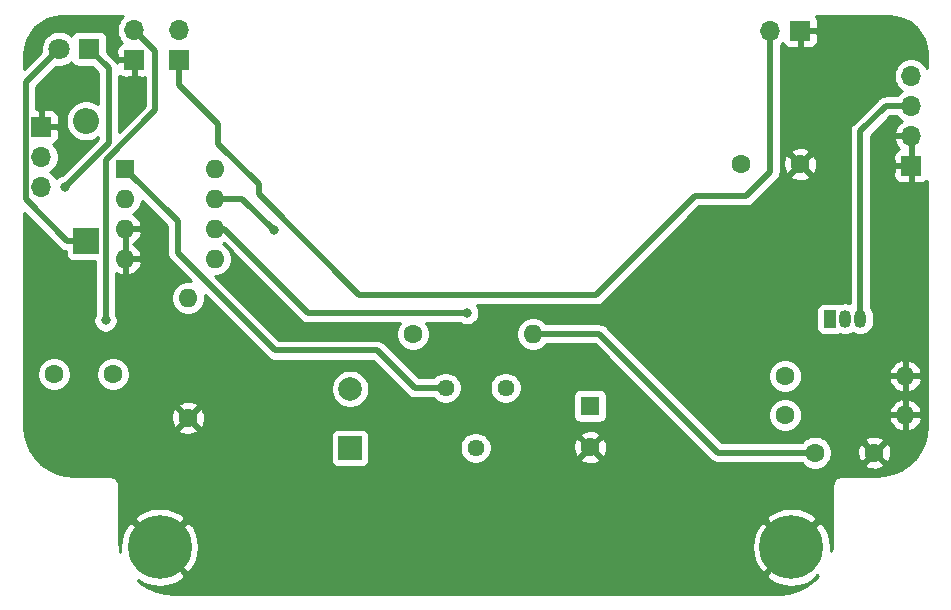
<source format=gbr>
G04 #@! TF.GenerationSoftware,KiCad,Pcbnew,(5.1.7)-1*
G04 #@! TF.CreationDate,2021-11-30T18:20:46-06:00*
G04 #@! TF.ProjectId,InternalAmpLM386,496e7465-726e-4616-9c41-6d704c4d3338,rev?*
G04 #@! TF.SameCoordinates,Original*
G04 #@! TF.FileFunction,Copper,L2,Bot*
G04 #@! TF.FilePolarity,Positive*
%FSLAX46Y46*%
G04 Gerber Fmt 4.6, Leading zero omitted, Abs format (unit mm)*
G04 Created by KiCad (PCBNEW (5.1.7)-1) date 2021-11-30 18:20:46*
%MOMM*%
%LPD*%
G01*
G04 APERTURE LIST*
G04 #@! TA.AperFunction,ComponentPad*
%ADD10R,1.600000X1.600000*%
G04 #@! TD*
G04 #@! TA.AperFunction,ComponentPad*
%ADD11C,1.600000*%
G04 #@! TD*
G04 #@! TA.AperFunction,ComponentPad*
%ADD12R,2.000000X2.000000*%
G04 #@! TD*
G04 #@! TA.AperFunction,ComponentPad*
%ADD13C,2.000000*%
G04 #@! TD*
G04 #@! TA.AperFunction,ComponentPad*
%ADD14R,2.200000X2.200000*%
G04 #@! TD*
G04 #@! TA.AperFunction,ComponentPad*
%ADD15O,2.200000X2.200000*%
G04 #@! TD*
G04 #@! TA.AperFunction,ComponentPad*
%ADD16R,1.800000X1.800000*%
G04 #@! TD*
G04 #@! TA.AperFunction,ComponentPad*
%ADD17C,1.800000*%
G04 #@! TD*
G04 #@! TA.AperFunction,ComponentPad*
%ADD18C,5.400000*%
G04 #@! TD*
G04 #@! TA.AperFunction,ComponentPad*
%ADD19R,1.700000X1.700000*%
G04 #@! TD*
G04 #@! TA.AperFunction,ComponentPad*
%ADD20O,1.700000X1.700000*%
G04 #@! TD*
G04 #@! TA.AperFunction,ComponentPad*
%ADD21O,1.050000X1.500000*%
G04 #@! TD*
G04 #@! TA.AperFunction,ComponentPad*
%ADD22R,1.050000X1.500000*%
G04 #@! TD*
G04 #@! TA.AperFunction,ComponentPad*
%ADD23O,1.600000X1.600000*%
G04 #@! TD*
G04 #@! TA.AperFunction,ComponentPad*
%ADD24C,1.440000*%
G04 #@! TD*
G04 #@! TA.AperFunction,ViaPad*
%ADD25C,0.800000*%
G04 #@! TD*
G04 #@! TA.AperFunction,Conductor*
%ADD26C,0.500000*%
G04 #@! TD*
G04 #@! TA.AperFunction,Conductor*
%ADD27C,0.254000*%
G04 #@! TD*
G04 #@! TA.AperFunction,Conductor*
%ADD28C,0.100000*%
G04 #@! TD*
G04 APERTURE END LIST*
D10*
G04 #@! TO.P,C1,1*
G04 #@! TO.N,Net-(C1-Pad1)*
X139700000Y-113792000D03*
D11*
G04 #@! TO.P,C1,2*
G04 #@! TO.N,GND*
X139700000Y-117292000D03*
G04 #@! TD*
D12*
G04 #@! TO.P,C5,1*
G04 #@! TO.N,Net-(C5-Pad1)*
X119380000Y-117348000D03*
D13*
G04 #@! TO.P,C5,2*
G04 #@! TO.N,Net-(C5-Pad2)*
X119380000Y-112348000D03*
G04 #@! TD*
D14*
G04 #@! TO.P,D1,1*
G04 #@! TO.N,Net-(C1-Pad1)*
X97028000Y-99822000D03*
D15*
G04 #@! TO.P,D1,2*
G04 #@! TO.N,Net-(D1-Pad2)*
X97028000Y-89662000D03*
G04 #@! TD*
D16*
G04 #@! TO.P,D2,1*
G04 #@! TO.N,Net-(D2-Pad1)*
X97282000Y-83566000D03*
D17*
G04 #@! TO.P,D2,2*
G04 #@! TO.N,Net-(C1-Pad1)*
X94742000Y-83566000D03*
G04 #@! TD*
D18*
G04 #@! TO.P,H1,1*
G04 #@! TO.N,GND*
X103250000Y-125750000D03*
G04 #@! TD*
G04 #@! TO.P,H2,1*
G04 #@! TO.N,GND*
X156750000Y-125750000D03*
G04 #@! TD*
D19*
G04 #@! TO.P,J1,1*
G04 #@! TO.N,GND*
X166878000Y-93472000D03*
D20*
G04 #@! TO.P,J1,2*
X166878000Y-90932000D03*
G04 #@! TO.P,J1,3*
G04 #@! TO.N,Input*
X166878000Y-88392000D03*
G04 #@! TO.P,J1,4*
G04 #@! TO.N,9V*
X166878000Y-85852000D03*
G04 #@! TD*
D19*
G04 #@! TO.P,J2,1*
G04 #@! TO.N,GND*
X101092000Y-84500000D03*
D20*
G04 #@! TO.P,J2,2*
G04 #@! TO.N,Net-(C5-Pad2)*
X101092000Y-81960000D03*
G04 #@! TD*
G04 #@! TO.P,J3,2*
G04 #@! TO.N,9V*
X154940000Y-82042000D03*
D19*
G04 #@! TO.P,J3,1*
G04 #@! TO.N,GND*
X157480000Y-82042000D03*
G04 #@! TD*
D21*
G04 #@! TO.P,Q1,2*
G04 #@! TO.N,Net-(C2-Pad1)*
X161290000Y-106426000D03*
G04 #@! TO.P,Q1,3*
G04 #@! TO.N,Input*
X162560000Y-106426000D03*
D22*
G04 #@! TO.P,Q1,1*
G04 #@! TO.N,Net-(C1-Pad1)*
X160020000Y-106426000D03*
G04 #@! TD*
D23*
G04 #@! TO.P,R1,2*
G04 #@! TO.N,GND*
X166370000Y-111252000D03*
D11*
G04 #@! TO.P,R1,1*
G04 #@! TO.N,Input*
X156210000Y-111252000D03*
G04 #@! TD*
G04 #@! TO.P,R2,1*
G04 #@! TO.N,Net-(C2-Pad1)*
X156210000Y-114554000D03*
D23*
G04 #@! TO.P,R2,2*
G04 #@! TO.N,GND*
X166370000Y-114554000D03*
G04 #@! TD*
G04 #@! TO.P,R3,2*
G04 #@! TO.N,Net-(C4-Pad1)*
X134874000Y-107696000D03*
D11*
G04 #@! TO.P,R3,1*
G04 #@! TO.N,Net-(C5-Pad1)*
X124714000Y-107696000D03*
G04 #@! TD*
G04 #@! TO.P,R4,1*
G04 #@! TO.N,GND*
X105664000Y-114808000D03*
D23*
G04 #@! TO.P,R4,2*
G04 #@! TO.N,Net-(D2-Pad1)*
X105664000Y-104648000D03*
G04 #@! TD*
D19*
G04 #@! TO.P,RV1,1*
G04 #@! TO.N,GND*
X93218000Y-90170000D03*
D20*
G04 #@! TO.P,RV1,2*
G04 #@! TO.N,Net-(RV1-Pad2)*
X93218000Y-92710000D03*
G04 #@! TO.P,RV1,3*
G04 #@! TO.N,Net-(C2-Pad2)*
X93218000Y-95250000D03*
G04 #@! TD*
D24*
G04 #@! TO.P,RV2,3*
G04 #@! TO.N,Net-(RV2-Pad2)*
X127460000Y-112268000D03*
G04 #@! TO.P,RV2,2*
X130000000Y-117348000D03*
G04 #@! TO.P,RV2,1*
G04 #@! TO.N,Net-(RV2-Pad1)*
X132540000Y-112268000D03*
G04 #@! TD*
D19*
G04 #@! TO.P,SW1,1*
G04 #@! TO.N,9V*
X104902000Y-84500000D03*
D20*
G04 #@! TO.P,SW1,2*
G04 #@! TO.N,Net-(D1-Pad2)*
X104902000Y-81960000D03*
G04 #@! TD*
D10*
G04 #@! TO.P,U1,1*
G04 #@! TO.N,Net-(RV2-Pad2)*
X100330000Y-93726000D03*
D23*
G04 #@! TO.P,U1,5*
G04 #@! TO.N,Net-(C5-Pad1)*
X107950000Y-101346000D03*
G04 #@! TO.P,U1,2*
G04 #@! TO.N,Net-(RV1-Pad2)*
X100330000Y-96266000D03*
G04 #@! TO.P,U1,6*
G04 #@! TO.N,Net-(C1-Pad1)*
X107950000Y-98806000D03*
G04 #@! TO.P,U1,3*
G04 #@! TO.N,GND*
X100330000Y-98806000D03*
G04 #@! TO.P,U1,7*
G04 #@! TO.N,Net-(C3-Pad2)*
X107950000Y-96266000D03*
G04 #@! TO.P,U1,4*
G04 #@! TO.N,GND*
X100330000Y-101346000D03*
G04 #@! TO.P,U1,8*
G04 #@! TO.N,Net-(RV2-Pad1)*
X107950000Y-93726000D03*
G04 #@! TD*
D11*
G04 #@! TO.P,C2,1*
G04 #@! TO.N,Net-(C2-Pad1)*
X99314000Y-111106000D03*
G04 #@! TO.P,C2,2*
G04 #@! TO.N,Net-(C2-Pad2)*
X94314000Y-111106000D03*
G04 #@! TD*
G04 #@! TO.P,C3,2*
G04 #@! TO.N,Net-(C3-Pad2)*
X152480000Y-93326000D03*
G04 #@! TO.P,C3,1*
G04 #@! TO.N,GND*
X157480000Y-93326000D03*
G04 #@! TD*
G04 #@! TO.P,C4,1*
G04 #@! TO.N,Net-(C4-Pad1)*
X158750000Y-117748000D03*
G04 #@! TO.P,C4,2*
G04 #@! TO.N,GND*
X163750000Y-117748000D03*
G04 #@! TD*
D25*
G04 #@! TO.N,Net-(C1-Pad1)*
X129286000Y-105918000D03*
G04 #@! TO.N,Net-(C5-Pad2)*
X98679000Y-106553000D03*
G04 #@! TO.N,Net-(D2-Pad1)*
X95250000Y-95250000D03*
G04 #@! TO.N,Net-(C3-Pad2)*
X112903000Y-98933000D03*
G04 #@! TD*
D26*
G04 #@! TO.N,Net-(C1-Pad1)*
X91917999Y-86390001D02*
X94742000Y-83566000D01*
X91917999Y-96311999D02*
X91917999Y-86390001D01*
X95428000Y-99822000D02*
X91917999Y-96311999D01*
X97028000Y-99822000D02*
X95428000Y-99822000D01*
X129286000Y-105918000D02*
X115824000Y-105918000D01*
X108712000Y-98806000D02*
X107950000Y-98806000D01*
X115824000Y-105918000D02*
X108712000Y-98806000D01*
G04 #@! TO.N,Net-(C5-Pad2)*
X98679000Y-92966998D02*
X102870000Y-88775998D01*
X98679000Y-106553000D02*
X98679000Y-92966998D01*
X102870000Y-83738000D02*
X101092000Y-81960000D01*
X102870000Y-88775998D02*
X102870000Y-83738000D01*
G04 #@! TO.N,Net-(D2-Pad1)*
X95250000Y-95250000D02*
X98933000Y-91567000D01*
X98933000Y-85217000D02*
X97282000Y-83566000D01*
X98933000Y-91567000D02*
X98933000Y-85217000D01*
G04 #@! TO.N,Input*
X162560000Y-106426000D02*
X162560000Y-90551000D01*
X164719000Y-88392000D02*
X166878000Y-88392000D01*
X162560000Y-90551000D02*
X164719000Y-88392000D01*
G04 #@! TO.N,9V*
X154940000Y-93980000D02*
X154940000Y-82042000D01*
X152908000Y-96012000D02*
X154940000Y-93980000D01*
X148590000Y-96012000D02*
X152908000Y-96012000D01*
X140208000Y-104394000D02*
X148590000Y-96012000D01*
X120142000Y-104394000D02*
X140208000Y-104394000D01*
X111633000Y-95885000D02*
X120142000Y-104394000D01*
X111633000Y-95012310D02*
X111633000Y-95885000D01*
X108204000Y-91583310D02*
X111633000Y-95012310D01*
X108204000Y-89916000D02*
X108204000Y-91583310D01*
X104902000Y-86614000D02*
X108204000Y-89916000D01*
X104902000Y-84500000D02*
X104902000Y-86614000D01*
G04 #@! TO.N,Net-(C4-Pad1)*
X158750000Y-117748000D02*
X150514000Y-117748000D01*
X140462000Y-107696000D02*
X134874000Y-107696000D01*
X150514000Y-117748000D02*
X140462000Y-107696000D01*
G04 #@! TO.N,Net-(RV2-Pad2)*
X124841000Y-112268000D02*
X127460000Y-112268000D01*
X113030000Y-109093000D02*
X121666000Y-109093000D01*
X104775000Y-100838000D02*
X113030000Y-109093000D01*
X121666000Y-109093000D02*
X124841000Y-112268000D01*
X104775000Y-98171000D02*
X104775000Y-100838000D01*
X100330000Y-93726000D02*
X104775000Y-98171000D01*
G04 #@! TO.N,Net-(C3-Pad2)*
X110236000Y-96266000D02*
X107950000Y-96266000D01*
X112903000Y-98933000D02*
X110236000Y-96266000D01*
G04 #@! TD*
D27*
G04 #@! TO.N,GND*
X165623733Y-80849922D02*
X166223708Y-81031065D01*
X166777069Y-81325293D01*
X167262745Y-81721400D01*
X167662236Y-82204301D01*
X167960319Y-82755594D01*
X168145647Y-83354291D01*
X168215000Y-84014142D01*
X168215000Y-85199312D01*
X168193990Y-85148589D01*
X168031475Y-84905368D01*
X167824632Y-84698525D01*
X167581411Y-84536010D01*
X167311158Y-84424068D01*
X167024260Y-84367000D01*
X166731740Y-84367000D01*
X166444842Y-84424068D01*
X166174589Y-84536010D01*
X165931368Y-84698525D01*
X165724525Y-84905368D01*
X165562010Y-85148589D01*
X165450068Y-85418842D01*
X165393000Y-85705740D01*
X165393000Y-85998260D01*
X165450068Y-86285158D01*
X165562010Y-86555411D01*
X165724525Y-86798632D01*
X165931368Y-87005475D01*
X166105760Y-87122000D01*
X165931368Y-87238525D01*
X165724525Y-87445368D01*
X165683344Y-87507000D01*
X164762466Y-87507000D01*
X164718999Y-87502719D01*
X164675533Y-87507000D01*
X164675523Y-87507000D01*
X164545510Y-87519805D01*
X164378687Y-87570411D01*
X164224941Y-87652589D01*
X164224939Y-87652590D01*
X164224940Y-87652590D01*
X164123953Y-87735468D01*
X164123951Y-87735470D01*
X164090183Y-87763183D01*
X164062470Y-87796951D01*
X161964951Y-89894471D01*
X161931184Y-89922183D01*
X161903471Y-89955951D01*
X161903468Y-89955954D01*
X161820590Y-90056941D01*
X161738412Y-90210687D01*
X161687805Y-90377510D01*
X161670719Y-90551000D01*
X161675001Y-90594479D01*
X161675000Y-105105593D01*
X161517399Y-105057785D01*
X161290000Y-105035388D01*
X161062600Y-105057785D01*
X160853902Y-105121093D01*
X160789180Y-105086498D01*
X160669482Y-105050188D01*
X160545000Y-105037928D01*
X159495000Y-105037928D01*
X159370518Y-105050188D01*
X159250820Y-105086498D01*
X159140506Y-105145463D01*
X159043815Y-105224815D01*
X158964463Y-105321506D01*
X158905498Y-105431820D01*
X158869188Y-105551518D01*
X158856928Y-105676000D01*
X158856928Y-107176000D01*
X158869188Y-107300482D01*
X158905498Y-107420180D01*
X158964463Y-107530494D01*
X159043815Y-107627185D01*
X159140506Y-107706537D01*
X159250820Y-107765502D01*
X159370518Y-107801812D01*
X159495000Y-107814072D01*
X160545000Y-107814072D01*
X160669482Y-107801812D01*
X160789180Y-107765502D01*
X160853902Y-107730907D01*
X161062601Y-107794215D01*
X161290000Y-107816612D01*
X161517400Y-107794215D01*
X161736060Y-107727885D01*
X161925001Y-107626894D01*
X162113941Y-107727885D01*
X162332601Y-107794215D01*
X162560000Y-107816612D01*
X162787400Y-107794215D01*
X163006060Y-107727885D01*
X163207579Y-107620171D01*
X163384212Y-107475212D01*
X163529171Y-107298579D01*
X163636885Y-107097059D01*
X163703215Y-106878399D01*
X163720000Y-106707978D01*
X163720000Y-106144021D01*
X163703215Y-105973600D01*
X163636885Y-105754940D01*
X163529171Y-105553421D01*
X163445000Y-105450858D01*
X163445000Y-94322000D01*
X165389928Y-94322000D01*
X165402188Y-94446482D01*
X165438498Y-94566180D01*
X165497463Y-94676494D01*
X165576815Y-94773185D01*
X165673506Y-94852537D01*
X165783820Y-94911502D01*
X165903518Y-94947812D01*
X166028000Y-94960072D01*
X166592250Y-94957000D01*
X166751000Y-94798250D01*
X166751000Y-93599000D01*
X165551750Y-93599000D01*
X165393000Y-93757750D01*
X165389928Y-94322000D01*
X163445000Y-94322000D01*
X163445000Y-92622000D01*
X165389928Y-92622000D01*
X165393000Y-93186250D01*
X165551750Y-93345000D01*
X166751000Y-93345000D01*
X166751000Y-91059000D01*
X165557845Y-91059000D01*
X165436524Y-91288890D01*
X165481175Y-91436099D01*
X165606359Y-91698920D01*
X165780412Y-91932269D01*
X165864466Y-92008034D01*
X165783820Y-92032498D01*
X165673506Y-92091463D01*
X165576815Y-92170815D01*
X165497463Y-92267506D01*
X165438498Y-92377820D01*
X165402188Y-92497518D01*
X165389928Y-92622000D01*
X163445000Y-92622000D01*
X163445000Y-90917578D01*
X165085579Y-89277000D01*
X165683344Y-89277000D01*
X165724525Y-89338632D01*
X165931368Y-89545475D01*
X166113534Y-89667195D01*
X165996645Y-89736822D01*
X165780412Y-89931731D01*
X165606359Y-90165080D01*
X165481175Y-90427901D01*
X165436524Y-90575110D01*
X165557845Y-90805000D01*
X166751000Y-90805000D01*
X166751000Y-90785000D01*
X167005000Y-90785000D01*
X167005000Y-90805000D01*
X167025000Y-90805000D01*
X167025000Y-91059000D01*
X167005000Y-91059000D01*
X167005000Y-93345000D01*
X167025000Y-93345000D01*
X167025000Y-93599000D01*
X167005000Y-93599000D01*
X167005000Y-94798250D01*
X167163750Y-94957000D01*
X167728000Y-94960072D01*
X167852482Y-94947812D01*
X167972180Y-94911502D01*
X168082494Y-94852537D01*
X168179185Y-94773185D01*
X168215000Y-94729544D01*
X168215001Y-115465031D01*
X168145314Y-116245857D01*
X167947718Y-116968148D01*
X167625345Y-117644017D01*
X167188371Y-118252130D01*
X166650620Y-118773247D01*
X166029091Y-119190897D01*
X165343414Y-119491888D01*
X164609248Y-119668146D01*
X163971214Y-119715000D01*
X161038560Y-119715000D01*
X161000000Y-119711202D01*
X160961439Y-119715000D01*
X160846113Y-119726359D01*
X160698140Y-119771246D01*
X160561767Y-119844138D01*
X160442236Y-119942236D01*
X160344138Y-120061767D01*
X160271246Y-120198140D01*
X160226359Y-120346113D01*
X160211202Y-120500000D01*
X160215000Y-120538561D01*
X160215001Y-124966747D01*
X160144812Y-125793952D01*
X160067424Y-126092114D01*
X160101134Y-125754569D01*
X160037634Y-125100707D01*
X159847792Y-124471797D01*
X159538904Y-123892008D01*
X159533828Y-123884411D01*
X159095374Y-123584231D01*
X156929605Y-125750000D01*
X156943748Y-125764143D01*
X156764143Y-125943748D01*
X156750000Y-125929605D01*
X154584231Y-128095374D01*
X154884411Y-128533828D01*
X155463356Y-128844296D01*
X156091746Y-129035852D01*
X156745431Y-129101134D01*
X157399293Y-129037634D01*
X158028203Y-128847792D01*
X158607992Y-128538904D01*
X158615589Y-128533828D01*
X158915768Y-128095376D01*
X158977426Y-128157034D01*
X158622384Y-128529213D01*
X157983107Y-129004849D01*
X157272840Y-129365967D01*
X156511875Y-129602254D01*
X155698083Y-129710114D01*
X155490755Y-129715000D01*
X104533241Y-129715000D01*
X103706048Y-129644812D01*
X102934797Y-129444635D01*
X102208297Y-129117370D01*
X101547334Y-128672383D01*
X101424790Y-128555482D01*
X101963356Y-128844296D01*
X102591746Y-129035852D01*
X103245431Y-129101134D01*
X103899293Y-129037634D01*
X104528203Y-128847792D01*
X105107992Y-128538904D01*
X105115589Y-128533828D01*
X105415769Y-128095374D01*
X103250000Y-125929605D01*
X103235858Y-125943748D01*
X103056253Y-125764143D01*
X103070395Y-125750000D01*
X103429605Y-125750000D01*
X105595374Y-127915769D01*
X106033828Y-127615589D01*
X106344296Y-127036644D01*
X106535852Y-126408254D01*
X106601134Y-125754569D01*
X106600247Y-125745431D01*
X153398866Y-125745431D01*
X153462366Y-126399293D01*
X153652208Y-127028203D01*
X153961096Y-127607992D01*
X153966172Y-127615589D01*
X154404626Y-127915769D01*
X156570395Y-125750000D01*
X154404626Y-123584231D01*
X153966172Y-123884411D01*
X153655704Y-124463356D01*
X153464148Y-125091746D01*
X153398866Y-125745431D01*
X106600247Y-125745431D01*
X106537634Y-125100707D01*
X106347792Y-124471797D01*
X106038904Y-123892008D01*
X106033828Y-123884411D01*
X105595374Y-123584231D01*
X103429605Y-125750000D01*
X103070395Y-125750000D01*
X100904626Y-123584231D01*
X100466172Y-123884411D01*
X100155704Y-124463356D01*
X99964148Y-125091746D01*
X99898866Y-125745431D01*
X99937028Y-126138382D01*
X99897746Y-126011875D01*
X99789886Y-125198083D01*
X99785000Y-124990755D01*
X99785000Y-123404626D01*
X101084231Y-123404626D01*
X103250000Y-125570395D01*
X105415769Y-123404626D01*
X154584231Y-123404626D01*
X156750000Y-125570395D01*
X158915769Y-123404626D01*
X158615589Y-122966172D01*
X158036644Y-122655704D01*
X157408254Y-122464148D01*
X156754569Y-122398866D01*
X156100707Y-122462366D01*
X155471797Y-122652208D01*
X154892008Y-122961096D01*
X154884411Y-122966172D01*
X154584231Y-123404626D01*
X105415769Y-123404626D01*
X105115589Y-122966172D01*
X104536644Y-122655704D01*
X103908254Y-122464148D01*
X103254569Y-122398866D01*
X102600707Y-122462366D01*
X101971797Y-122652208D01*
X101392008Y-122961096D01*
X101384411Y-122966172D01*
X101084231Y-123404626D01*
X99785000Y-123404626D01*
X99785000Y-120538561D01*
X99788798Y-120500000D01*
X99773641Y-120346113D01*
X99728754Y-120198140D01*
X99655862Y-120061767D01*
X99557764Y-119942236D01*
X99438233Y-119844138D01*
X99301860Y-119771246D01*
X99153887Y-119726359D01*
X99038561Y-119715000D01*
X99038560Y-119715000D01*
X99000000Y-119711202D01*
X98961439Y-119715000D01*
X96034958Y-119715000D01*
X95254143Y-119645314D01*
X94531852Y-119447718D01*
X93855983Y-119125345D01*
X93247870Y-118688371D01*
X92726753Y-118150620D01*
X92309103Y-117529091D01*
X92008112Y-116843414D01*
X91889174Y-116348000D01*
X117741928Y-116348000D01*
X117741928Y-118348000D01*
X117754188Y-118472482D01*
X117790498Y-118592180D01*
X117849463Y-118702494D01*
X117928815Y-118799185D01*
X118025506Y-118878537D01*
X118135820Y-118937502D01*
X118255518Y-118973812D01*
X118380000Y-118986072D01*
X120380000Y-118986072D01*
X120504482Y-118973812D01*
X120624180Y-118937502D01*
X120734494Y-118878537D01*
X120831185Y-118799185D01*
X120910537Y-118702494D01*
X120969502Y-118592180D01*
X121005812Y-118472482D01*
X121018072Y-118348000D01*
X121018072Y-117214544D01*
X128645000Y-117214544D01*
X128645000Y-117481456D01*
X128697072Y-117743239D01*
X128799215Y-117989833D01*
X128947503Y-118211762D01*
X129136238Y-118400497D01*
X129358167Y-118548785D01*
X129604761Y-118650928D01*
X129866544Y-118703000D01*
X130133456Y-118703000D01*
X130395239Y-118650928D01*
X130641833Y-118548785D01*
X130863762Y-118400497D01*
X130979557Y-118284702D01*
X138886903Y-118284702D01*
X138958486Y-118528671D01*
X139213996Y-118649571D01*
X139488184Y-118718300D01*
X139770512Y-118732217D01*
X140050130Y-118690787D01*
X140316292Y-118595603D01*
X140441514Y-118528671D01*
X140513097Y-118284702D01*
X139700000Y-117471605D01*
X138886903Y-118284702D01*
X130979557Y-118284702D01*
X131052497Y-118211762D01*
X131200785Y-117989833D01*
X131302928Y-117743239D01*
X131355000Y-117481456D01*
X131355000Y-117362512D01*
X138259783Y-117362512D01*
X138301213Y-117642130D01*
X138396397Y-117908292D01*
X138463329Y-118033514D01*
X138707298Y-118105097D01*
X139520395Y-117292000D01*
X139879605Y-117292000D01*
X140692702Y-118105097D01*
X140936671Y-118033514D01*
X141057571Y-117778004D01*
X141126300Y-117503816D01*
X141140217Y-117221488D01*
X141098787Y-116941870D01*
X141003603Y-116675708D01*
X140936671Y-116550486D01*
X140692702Y-116478903D01*
X139879605Y-117292000D01*
X139520395Y-117292000D01*
X138707298Y-116478903D01*
X138463329Y-116550486D01*
X138342429Y-116805996D01*
X138273700Y-117080184D01*
X138259783Y-117362512D01*
X131355000Y-117362512D01*
X131355000Y-117214544D01*
X131302928Y-116952761D01*
X131200785Y-116706167D01*
X131052497Y-116484238D01*
X130867557Y-116299298D01*
X138886903Y-116299298D01*
X139700000Y-117112395D01*
X140513097Y-116299298D01*
X140441514Y-116055329D01*
X140186004Y-115934429D01*
X139911816Y-115865700D01*
X139629488Y-115851783D01*
X139349870Y-115893213D01*
X139083708Y-115988397D01*
X138958486Y-116055329D01*
X138886903Y-116299298D01*
X130867557Y-116299298D01*
X130863762Y-116295503D01*
X130641833Y-116147215D01*
X130395239Y-116045072D01*
X130133456Y-115993000D01*
X129866544Y-115993000D01*
X129604761Y-116045072D01*
X129358167Y-116147215D01*
X129136238Y-116295503D01*
X128947503Y-116484238D01*
X128799215Y-116706167D01*
X128697072Y-116952761D01*
X128645000Y-117214544D01*
X121018072Y-117214544D01*
X121018072Y-116348000D01*
X121005812Y-116223518D01*
X120969502Y-116103820D01*
X120910537Y-115993506D01*
X120831185Y-115896815D01*
X120734494Y-115817463D01*
X120624180Y-115758498D01*
X120504482Y-115722188D01*
X120380000Y-115709928D01*
X118380000Y-115709928D01*
X118255518Y-115722188D01*
X118135820Y-115758498D01*
X118025506Y-115817463D01*
X117928815Y-115896815D01*
X117849463Y-115993506D01*
X117790498Y-116103820D01*
X117754188Y-116223518D01*
X117741928Y-116348000D01*
X91889174Y-116348000D01*
X91831854Y-116109248D01*
X91809196Y-115800702D01*
X104850903Y-115800702D01*
X104922486Y-116044671D01*
X105177996Y-116165571D01*
X105452184Y-116234300D01*
X105734512Y-116248217D01*
X106014130Y-116206787D01*
X106280292Y-116111603D01*
X106405514Y-116044671D01*
X106477097Y-115800702D01*
X105664000Y-114987605D01*
X104850903Y-115800702D01*
X91809196Y-115800702D01*
X91785000Y-115471214D01*
X91785000Y-114878512D01*
X104223783Y-114878512D01*
X104265213Y-115158130D01*
X104360397Y-115424292D01*
X104427329Y-115549514D01*
X104671298Y-115621097D01*
X105484395Y-114808000D01*
X105843605Y-114808000D01*
X106656702Y-115621097D01*
X106900671Y-115549514D01*
X107021571Y-115294004D01*
X107090300Y-115019816D01*
X107104217Y-114737488D01*
X107062787Y-114457870D01*
X106967603Y-114191708D01*
X106900671Y-114066486D01*
X106656702Y-113994903D01*
X105843605Y-114808000D01*
X105484395Y-114808000D01*
X104671298Y-113994903D01*
X104427329Y-114066486D01*
X104306429Y-114321996D01*
X104237700Y-114596184D01*
X104223783Y-114878512D01*
X91785000Y-114878512D01*
X91785000Y-113815298D01*
X104850903Y-113815298D01*
X105664000Y-114628395D01*
X106477097Y-113815298D01*
X106405514Y-113571329D01*
X106150004Y-113450429D01*
X105875816Y-113381700D01*
X105593488Y-113367783D01*
X105313870Y-113409213D01*
X105047708Y-113504397D01*
X104922486Y-113571329D01*
X104850903Y-113815298D01*
X91785000Y-113815298D01*
X91785000Y-110964665D01*
X92879000Y-110964665D01*
X92879000Y-111247335D01*
X92934147Y-111524574D01*
X93042320Y-111785727D01*
X93199363Y-112020759D01*
X93399241Y-112220637D01*
X93634273Y-112377680D01*
X93895426Y-112485853D01*
X94172665Y-112541000D01*
X94455335Y-112541000D01*
X94732574Y-112485853D01*
X94993727Y-112377680D01*
X95228759Y-112220637D01*
X95428637Y-112020759D01*
X95585680Y-111785727D01*
X95693853Y-111524574D01*
X95749000Y-111247335D01*
X95749000Y-110964665D01*
X97879000Y-110964665D01*
X97879000Y-111247335D01*
X97934147Y-111524574D01*
X98042320Y-111785727D01*
X98199363Y-112020759D01*
X98399241Y-112220637D01*
X98634273Y-112377680D01*
X98895426Y-112485853D01*
X99172665Y-112541000D01*
X99455335Y-112541000D01*
X99732574Y-112485853D01*
X99993727Y-112377680D01*
X100228759Y-112220637D01*
X100262429Y-112186967D01*
X117745000Y-112186967D01*
X117745000Y-112509033D01*
X117807832Y-112824912D01*
X117931082Y-113122463D01*
X118110013Y-113390252D01*
X118337748Y-113617987D01*
X118605537Y-113796918D01*
X118903088Y-113920168D01*
X119218967Y-113983000D01*
X119541033Y-113983000D01*
X119856912Y-113920168D01*
X120154463Y-113796918D01*
X120422252Y-113617987D01*
X120649987Y-113390252D01*
X120828918Y-113122463D01*
X120952168Y-112824912D01*
X121015000Y-112509033D01*
X121015000Y-112186967D01*
X120952168Y-111871088D01*
X120828918Y-111573537D01*
X120649987Y-111305748D01*
X120422252Y-111078013D01*
X120154463Y-110899082D01*
X119856912Y-110775832D01*
X119541033Y-110713000D01*
X119218967Y-110713000D01*
X118903088Y-110775832D01*
X118605537Y-110899082D01*
X118337748Y-111078013D01*
X118110013Y-111305748D01*
X117931082Y-111573537D01*
X117807832Y-111871088D01*
X117745000Y-112186967D01*
X100262429Y-112186967D01*
X100428637Y-112020759D01*
X100585680Y-111785727D01*
X100693853Y-111524574D01*
X100749000Y-111247335D01*
X100749000Y-110964665D01*
X100693853Y-110687426D01*
X100585680Y-110426273D01*
X100428637Y-110191241D01*
X100228759Y-109991363D01*
X99993727Y-109834320D01*
X99732574Y-109726147D01*
X99455335Y-109671000D01*
X99172665Y-109671000D01*
X98895426Y-109726147D01*
X98634273Y-109834320D01*
X98399241Y-109991363D01*
X98199363Y-110191241D01*
X98042320Y-110426273D01*
X97934147Y-110687426D01*
X97879000Y-110964665D01*
X95749000Y-110964665D01*
X95693853Y-110687426D01*
X95585680Y-110426273D01*
X95428637Y-110191241D01*
X95228759Y-109991363D01*
X94993727Y-109834320D01*
X94732574Y-109726147D01*
X94455335Y-109671000D01*
X94172665Y-109671000D01*
X93895426Y-109726147D01*
X93634273Y-109834320D01*
X93399241Y-109991363D01*
X93199363Y-110191241D01*
X93042320Y-110426273D01*
X92934147Y-110687426D01*
X92879000Y-110964665D01*
X91785000Y-110964665D01*
X91785000Y-97430578D01*
X94771470Y-100417049D01*
X94799183Y-100450817D01*
X94832951Y-100478530D01*
X94832953Y-100478532D01*
X94887164Y-100523022D01*
X94933941Y-100561411D01*
X95087687Y-100643589D01*
X95254510Y-100694195D01*
X95289928Y-100697683D01*
X95289928Y-100922000D01*
X95302188Y-101046482D01*
X95338498Y-101166180D01*
X95397463Y-101276494D01*
X95476815Y-101373185D01*
X95573506Y-101452537D01*
X95683820Y-101511502D01*
X95803518Y-101547812D01*
X95928000Y-101560072D01*
X97794000Y-101560072D01*
X97794000Y-106014546D01*
X97761795Y-106062744D01*
X97683774Y-106251102D01*
X97644000Y-106451061D01*
X97644000Y-106654939D01*
X97683774Y-106854898D01*
X97761795Y-107043256D01*
X97875063Y-107212774D01*
X98019226Y-107356937D01*
X98188744Y-107470205D01*
X98377102Y-107548226D01*
X98577061Y-107588000D01*
X98780939Y-107588000D01*
X98980898Y-107548226D01*
X99169256Y-107470205D01*
X99338774Y-107356937D01*
X99482937Y-107212774D01*
X99596205Y-107043256D01*
X99674226Y-106854898D01*
X99714000Y-106654939D01*
X99714000Y-106451061D01*
X99674226Y-106251102D01*
X99596205Y-106062744D01*
X99564000Y-106014546D01*
X99564000Y-102551840D01*
X99716119Y-102643070D01*
X99980960Y-102737909D01*
X100203000Y-102616624D01*
X100203000Y-101473000D01*
X100457000Y-101473000D01*
X100457000Y-102616624D01*
X100679040Y-102737909D01*
X100943881Y-102643070D01*
X101185131Y-102498385D01*
X101393519Y-102309414D01*
X101561037Y-102083420D01*
X101681246Y-101829087D01*
X101721904Y-101695039D01*
X101599915Y-101473000D01*
X100457000Y-101473000D01*
X100203000Y-101473000D01*
X100183000Y-101473000D01*
X100183000Y-101219000D01*
X100203000Y-101219000D01*
X100203000Y-98933000D01*
X100457000Y-98933000D01*
X100457000Y-101219000D01*
X101599915Y-101219000D01*
X101721904Y-100996961D01*
X101681246Y-100862913D01*
X101561037Y-100608580D01*
X101393519Y-100382586D01*
X101185131Y-100193615D01*
X100989018Y-100076000D01*
X101185131Y-99958385D01*
X101393519Y-99769414D01*
X101561037Y-99543420D01*
X101681246Y-99289087D01*
X101721904Y-99155039D01*
X101599915Y-98933000D01*
X100457000Y-98933000D01*
X100203000Y-98933000D01*
X100183000Y-98933000D01*
X100183000Y-98679000D01*
X100203000Y-98679000D01*
X100203000Y-98659000D01*
X100457000Y-98659000D01*
X100457000Y-98679000D01*
X101599915Y-98679000D01*
X101721904Y-98456961D01*
X101681246Y-98322913D01*
X101561037Y-98068580D01*
X101393519Y-97842586D01*
X101185131Y-97653615D01*
X100999135Y-97542067D01*
X101009727Y-97537680D01*
X101244759Y-97380637D01*
X101444637Y-97180759D01*
X101601680Y-96945727D01*
X101709853Y-96684574D01*
X101764130Y-96411709D01*
X103890000Y-98537579D01*
X103890001Y-100794521D01*
X103885719Y-100838000D01*
X103902805Y-101011490D01*
X103953412Y-101178313D01*
X104035590Y-101332059D01*
X104118468Y-101433046D01*
X104118471Y-101433049D01*
X104146184Y-101466817D01*
X104179952Y-101494530D01*
X105921536Y-103236114D01*
X105805335Y-103213000D01*
X105522665Y-103213000D01*
X105245426Y-103268147D01*
X104984273Y-103376320D01*
X104749241Y-103533363D01*
X104549363Y-103733241D01*
X104392320Y-103968273D01*
X104284147Y-104229426D01*
X104229000Y-104506665D01*
X104229000Y-104789335D01*
X104284147Y-105066574D01*
X104392320Y-105327727D01*
X104549363Y-105562759D01*
X104749241Y-105762637D01*
X104984273Y-105919680D01*
X105245426Y-106027853D01*
X105522665Y-106083000D01*
X105805335Y-106083000D01*
X106082574Y-106027853D01*
X106343727Y-105919680D01*
X106578759Y-105762637D01*
X106778637Y-105562759D01*
X106935680Y-105327727D01*
X107043853Y-105066574D01*
X107099000Y-104789335D01*
X107099000Y-104506665D01*
X107075886Y-104390464D01*
X112373470Y-109688049D01*
X112401183Y-109721817D01*
X112434951Y-109749530D01*
X112434953Y-109749532D01*
X112506452Y-109808210D01*
X112535941Y-109832411D01*
X112689687Y-109914589D01*
X112805903Y-109949843D01*
X112856509Y-109965195D01*
X112871306Y-109966652D01*
X112986523Y-109978000D01*
X112986531Y-109978000D01*
X113030000Y-109982281D01*
X113073469Y-109978000D01*
X121299422Y-109978000D01*
X124184470Y-112863049D01*
X124212183Y-112896817D01*
X124245951Y-112924530D01*
X124245953Y-112924532D01*
X124317452Y-112983210D01*
X124346941Y-113007411D01*
X124500687Y-113089589D01*
X124667510Y-113140195D01*
X124797523Y-113153000D01*
X124797533Y-113153000D01*
X124840999Y-113157281D01*
X124884466Y-113153000D01*
X126428741Y-113153000D01*
X126596238Y-113320497D01*
X126818167Y-113468785D01*
X127064761Y-113570928D01*
X127326544Y-113623000D01*
X127593456Y-113623000D01*
X127855239Y-113570928D01*
X128101833Y-113468785D01*
X128323762Y-113320497D01*
X128512497Y-113131762D01*
X128660785Y-112909833D01*
X128762928Y-112663239D01*
X128815000Y-112401456D01*
X128815000Y-112134544D01*
X131185000Y-112134544D01*
X131185000Y-112401456D01*
X131237072Y-112663239D01*
X131339215Y-112909833D01*
X131487503Y-113131762D01*
X131676238Y-113320497D01*
X131898167Y-113468785D01*
X132144761Y-113570928D01*
X132406544Y-113623000D01*
X132673456Y-113623000D01*
X132935239Y-113570928D01*
X133181833Y-113468785D01*
X133403762Y-113320497D01*
X133592497Y-113131762D01*
X133685882Y-112992000D01*
X138261928Y-112992000D01*
X138261928Y-114592000D01*
X138274188Y-114716482D01*
X138310498Y-114836180D01*
X138369463Y-114946494D01*
X138448815Y-115043185D01*
X138545506Y-115122537D01*
X138655820Y-115181502D01*
X138775518Y-115217812D01*
X138900000Y-115230072D01*
X140500000Y-115230072D01*
X140624482Y-115217812D01*
X140744180Y-115181502D01*
X140854494Y-115122537D01*
X140951185Y-115043185D01*
X141030537Y-114946494D01*
X141089502Y-114836180D01*
X141125812Y-114716482D01*
X141138072Y-114592000D01*
X141138072Y-112992000D01*
X141125812Y-112867518D01*
X141089502Y-112747820D01*
X141030537Y-112637506D01*
X140951185Y-112540815D01*
X140854494Y-112461463D01*
X140744180Y-112402498D01*
X140624482Y-112366188D01*
X140500000Y-112353928D01*
X138900000Y-112353928D01*
X138775518Y-112366188D01*
X138655820Y-112402498D01*
X138545506Y-112461463D01*
X138448815Y-112540815D01*
X138369463Y-112637506D01*
X138310498Y-112747820D01*
X138274188Y-112867518D01*
X138261928Y-112992000D01*
X133685882Y-112992000D01*
X133740785Y-112909833D01*
X133842928Y-112663239D01*
X133895000Y-112401456D01*
X133895000Y-112134544D01*
X133842928Y-111872761D01*
X133740785Y-111626167D01*
X133592497Y-111404238D01*
X133403762Y-111215503D01*
X133181833Y-111067215D01*
X132935239Y-110965072D01*
X132673456Y-110913000D01*
X132406544Y-110913000D01*
X132144761Y-110965072D01*
X131898167Y-111067215D01*
X131676238Y-111215503D01*
X131487503Y-111404238D01*
X131339215Y-111626167D01*
X131237072Y-111872761D01*
X131185000Y-112134544D01*
X128815000Y-112134544D01*
X128762928Y-111872761D01*
X128660785Y-111626167D01*
X128512497Y-111404238D01*
X128323762Y-111215503D01*
X128101833Y-111067215D01*
X127855239Y-110965072D01*
X127593456Y-110913000D01*
X127326544Y-110913000D01*
X127064761Y-110965072D01*
X126818167Y-111067215D01*
X126596238Y-111215503D01*
X126428741Y-111383000D01*
X125207579Y-111383000D01*
X122322534Y-108497956D01*
X122294817Y-108464183D01*
X122160059Y-108353589D01*
X122006313Y-108271411D01*
X121839490Y-108220805D01*
X121709477Y-108208000D01*
X121709469Y-108208000D01*
X121666000Y-108203719D01*
X121622531Y-108208000D01*
X113396579Y-108208000D01*
X107969578Y-102781000D01*
X108091335Y-102781000D01*
X108368574Y-102725853D01*
X108629727Y-102617680D01*
X108864759Y-102460637D01*
X109064637Y-102260759D01*
X109221680Y-102025727D01*
X109329853Y-101764574D01*
X109385000Y-101487335D01*
X109385000Y-101204665D01*
X109329853Y-100927426D01*
X109221680Y-100666273D01*
X109064637Y-100431241D01*
X108864759Y-100231363D01*
X108632241Y-100076000D01*
X108691096Y-100036674D01*
X115167470Y-106513049D01*
X115195183Y-106546817D01*
X115228951Y-106574530D01*
X115228953Y-106574532D01*
X115326929Y-106654939D01*
X115329941Y-106657411D01*
X115483687Y-106739589D01*
X115650510Y-106790195D01*
X115780523Y-106803000D01*
X115780531Y-106803000D01*
X115824000Y-106807281D01*
X115867469Y-106803000D01*
X123584824Y-106803000D01*
X123442320Y-107016273D01*
X123334147Y-107277426D01*
X123279000Y-107554665D01*
X123279000Y-107837335D01*
X123334147Y-108114574D01*
X123442320Y-108375727D01*
X123599363Y-108610759D01*
X123799241Y-108810637D01*
X124034273Y-108967680D01*
X124295426Y-109075853D01*
X124572665Y-109131000D01*
X124855335Y-109131000D01*
X125132574Y-109075853D01*
X125393727Y-108967680D01*
X125628759Y-108810637D01*
X125828637Y-108610759D01*
X125985680Y-108375727D01*
X126093853Y-108114574D01*
X126149000Y-107837335D01*
X126149000Y-107554665D01*
X133439000Y-107554665D01*
X133439000Y-107837335D01*
X133494147Y-108114574D01*
X133602320Y-108375727D01*
X133759363Y-108610759D01*
X133959241Y-108810637D01*
X134194273Y-108967680D01*
X134455426Y-109075853D01*
X134732665Y-109131000D01*
X135015335Y-109131000D01*
X135292574Y-109075853D01*
X135553727Y-108967680D01*
X135788759Y-108810637D01*
X135988637Y-108610759D01*
X136008521Y-108581000D01*
X140095422Y-108581000D01*
X149857470Y-118343049D01*
X149885183Y-118376817D01*
X149918951Y-118404530D01*
X149918953Y-118404532D01*
X149980519Y-118455058D01*
X150019941Y-118487411D01*
X150173687Y-118569589D01*
X150340510Y-118620195D01*
X150470523Y-118633000D01*
X150470531Y-118633000D01*
X150514000Y-118637281D01*
X150557469Y-118633000D01*
X157615479Y-118633000D01*
X157635363Y-118662759D01*
X157835241Y-118862637D01*
X158070273Y-119019680D01*
X158331426Y-119127853D01*
X158608665Y-119183000D01*
X158891335Y-119183000D01*
X159168574Y-119127853D01*
X159429727Y-119019680D01*
X159664759Y-118862637D01*
X159786694Y-118740702D01*
X162936903Y-118740702D01*
X163008486Y-118984671D01*
X163263996Y-119105571D01*
X163538184Y-119174300D01*
X163820512Y-119188217D01*
X164100130Y-119146787D01*
X164366292Y-119051603D01*
X164491514Y-118984671D01*
X164563097Y-118740702D01*
X163750000Y-117927605D01*
X162936903Y-118740702D01*
X159786694Y-118740702D01*
X159864637Y-118662759D01*
X160021680Y-118427727D01*
X160129853Y-118166574D01*
X160185000Y-117889335D01*
X160185000Y-117818512D01*
X162309783Y-117818512D01*
X162351213Y-118098130D01*
X162446397Y-118364292D01*
X162513329Y-118489514D01*
X162757298Y-118561097D01*
X163570395Y-117748000D01*
X163929605Y-117748000D01*
X164742702Y-118561097D01*
X164986671Y-118489514D01*
X165107571Y-118234004D01*
X165176300Y-117959816D01*
X165190217Y-117677488D01*
X165148787Y-117397870D01*
X165053603Y-117131708D01*
X164986671Y-117006486D01*
X164742702Y-116934903D01*
X163929605Y-117748000D01*
X163570395Y-117748000D01*
X162757298Y-116934903D01*
X162513329Y-117006486D01*
X162392429Y-117261996D01*
X162323700Y-117536184D01*
X162309783Y-117818512D01*
X160185000Y-117818512D01*
X160185000Y-117606665D01*
X160129853Y-117329426D01*
X160021680Y-117068273D01*
X159864637Y-116833241D01*
X159786694Y-116755298D01*
X162936903Y-116755298D01*
X163750000Y-117568395D01*
X164563097Y-116755298D01*
X164491514Y-116511329D01*
X164236004Y-116390429D01*
X163961816Y-116321700D01*
X163679488Y-116307783D01*
X163399870Y-116349213D01*
X163133708Y-116444397D01*
X163008486Y-116511329D01*
X162936903Y-116755298D01*
X159786694Y-116755298D01*
X159664759Y-116633363D01*
X159429727Y-116476320D01*
X159168574Y-116368147D01*
X158891335Y-116313000D01*
X158608665Y-116313000D01*
X158331426Y-116368147D01*
X158070273Y-116476320D01*
X157835241Y-116633363D01*
X157635363Y-116833241D01*
X157615479Y-116863000D01*
X150880579Y-116863000D01*
X148430244Y-114412665D01*
X154775000Y-114412665D01*
X154775000Y-114695335D01*
X154830147Y-114972574D01*
X154938320Y-115233727D01*
X155095363Y-115468759D01*
X155295241Y-115668637D01*
X155530273Y-115825680D01*
X155791426Y-115933853D01*
X156068665Y-115989000D01*
X156351335Y-115989000D01*
X156628574Y-115933853D01*
X156889727Y-115825680D01*
X157124759Y-115668637D01*
X157324637Y-115468759D01*
X157481680Y-115233727D01*
X157589853Y-114972574D01*
X157603684Y-114903039D01*
X164978096Y-114903039D01*
X165018754Y-115037087D01*
X165138963Y-115291420D01*
X165306481Y-115517414D01*
X165514869Y-115706385D01*
X165756119Y-115851070D01*
X166020960Y-115945909D01*
X166243000Y-115824624D01*
X166243000Y-114681000D01*
X166497000Y-114681000D01*
X166497000Y-115824624D01*
X166719040Y-115945909D01*
X166983881Y-115851070D01*
X167225131Y-115706385D01*
X167433519Y-115517414D01*
X167601037Y-115291420D01*
X167721246Y-115037087D01*
X167761904Y-114903039D01*
X167639915Y-114681000D01*
X166497000Y-114681000D01*
X166243000Y-114681000D01*
X165100085Y-114681000D01*
X164978096Y-114903039D01*
X157603684Y-114903039D01*
X157645000Y-114695335D01*
X157645000Y-114412665D01*
X157603685Y-114204961D01*
X164978096Y-114204961D01*
X165100085Y-114427000D01*
X166243000Y-114427000D01*
X166243000Y-113283376D01*
X166497000Y-113283376D01*
X166497000Y-114427000D01*
X167639915Y-114427000D01*
X167761904Y-114204961D01*
X167721246Y-114070913D01*
X167601037Y-113816580D01*
X167433519Y-113590586D01*
X167225131Y-113401615D01*
X166983881Y-113256930D01*
X166719040Y-113162091D01*
X166497000Y-113283376D01*
X166243000Y-113283376D01*
X166020960Y-113162091D01*
X165756119Y-113256930D01*
X165514869Y-113401615D01*
X165306481Y-113590586D01*
X165138963Y-113816580D01*
X165018754Y-114070913D01*
X164978096Y-114204961D01*
X157603685Y-114204961D01*
X157589853Y-114135426D01*
X157481680Y-113874273D01*
X157324637Y-113639241D01*
X157124759Y-113439363D01*
X156889727Y-113282320D01*
X156628574Y-113174147D01*
X156351335Y-113119000D01*
X156068665Y-113119000D01*
X155791426Y-113174147D01*
X155530273Y-113282320D01*
X155295241Y-113439363D01*
X155095363Y-113639241D01*
X154938320Y-113874273D01*
X154830147Y-114135426D01*
X154775000Y-114412665D01*
X148430244Y-114412665D01*
X145128244Y-111110665D01*
X154775000Y-111110665D01*
X154775000Y-111393335D01*
X154830147Y-111670574D01*
X154938320Y-111931727D01*
X155095363Y-112166759D01*
X155295241Y-112366637D01*
X155530273Y-112523680D01*
X155791426Y-112631853D01*
X156068665Y-112687000D01*
X156351335Y-112687000D01*
X156628574Y-112631853D01*
X156889727Y-112523680D01*
X157124759Y-112366637D01*
X157324637Y-112166759D01*
X157481680Y-111931727D01*
X157589853Y-111670574D01*
X157603684Y-111601039D01*
X164978096Y-111601039D01*
X165018754Y-111735087D01*
X165138963Y-111989420D01*
X165306481Y-112215414D01*
X165514869Y-112404385D01*
X165756119Y-112549070D01*
X166020960Y-112643909D01*
X166243000Y-112522624D01*
X166243000Y-111379000D01*
X166497000Y-111379000D01*
X166497000Y-112522624D01*
X166719040Y-112643909D01*
X166983881Y-112549070D01*
X167225131Y-112404385D01*
X167433519Y-112215414D01*
X167601037Y-111989420D01*
X167721246Y-111735087D01*
X167761904Y-111601039D01*
X167639915Y-111379000D01*
X166497000Y-111379000D01*
X166243000Y-111379000D01*
X165100085Y-111379000D01*
X164978096Y-111601039D01*
X157603684Y-111601039D01*
X157645000Y-111393335D01*
X157645000Y-111110665D01*
X157603685Y-110902961D01*
X164978096Y-110902961D01*
X165100085Y-111125000D01*
X166243000Y-111125000D01*
X166243000Y-109981376D01*
X166497000Y-109981376D01*
X166497000Y-111125000D01*
X167639915Y-111125000D01*
X167761904Y-110902961D01*
X167721246Y-110768913D01*
X167601037Y-110514580D01*
X167433519Y-110288586D01*
X167225131Y-110099615D01*
X166983881Y-109954930D01*
X166719040Y-109860091D01*
X166497000Y-109981376D01*
X166243000Y-109981376D01*
X166020960Y-109860091D01*
X165756119Y-109954930D01*
X165514869Y-110099615D01*
X165306481Y-110288586D01*
X165138963Y-110514580D01*
X165018754Y-110768913D01*
X164978096Y-110902961D01*
X157603685Y-110902961D01*
X157589853Y-110833426D01*
X157481680Y-110572273D01*
X157324637Y-110337241D01*
X157124759Y-110137363D01*
X156889727Y-109980320D01*
X156628574Y-109872147D01*
X156351335Y-109817000D01*
X156068665Y-109817000D01*
X155791426Y-109872147D01*
X155530273Y-109980320D01*
X155295241Y-110137363D01*
X155095363Y-110337241D01*
X154938320Y-110572273D01*
X154830147Y-110833426D01*
X154775000Y-111110665D01*
X145128244Y-111110665D01*
X141118534Y-107100956D01*
X141090817Y-107067183D01*
X140956059Y-106956589D01*
X140802313Y-106874411D01*
X140635490Y-106823805D01*
X140505477Y-106811000D01*
X140505469Y-106811000D01*
X140462000Y-106806719D01*
X140418531Y-106811000D01*
X136008521Y-106811000D01*
X135988637Y-106781241D01*
X135788759Y-106581363D01*
X135553727Y-106424320D01*
X135292574Y-106316147D01*
X135015335Y-106261000D01*
X134732665Y-106261000D01*
X134455426Y-106316147D01*
X134194273Y-106424320D01*
X133959241Y-106581363D01*
X133759363Y-106781241D01*
X133602320Y-107016273D01*
X133494147Y-107277426D01*
X133439000Y-107554665D01*
X126149000Y-107554665D01*
X126093853Y-107277426D01*
X125985680Y-107016273D01*
X125843176Y-106803000D01*
X128747546Y-106803000D01*
X128795744Y-106835205D01*
X128984102Y-106913226D01*
X129184061Y-106953000D01*
X129387939Y-106953000D01*
X129587898Y-106913226D01*
X129776256Y-106835205D01*
X129945774Y-106721937D01*
X130089937Y-106577774D01*
X130203205Y-106408256D01*
X130281226Y-106219898D01*
X130321000Y-106019939D01*
X130321000Y-105816061D01*
X130281226Y-105616102D01*
X130203205Y-105427744D01*
X130103818Y-105279000D01*
X140164531Y-105279000D01*
X140208000Y-105283281D01*
X140251469Y-105279000D01*
X140251477Y-105279000D01*
X140381490Y-105266195D01*
X140548313Y-105215589D01*
X140702059Y-105133411D01*
X140836817Y-105022817D01*
X140864534Y-104989044D01*
X148956579Y-96897000D01*
X152864531Y-96897000D01*
X152908000Y-96901281D01*
X152951469Y-96897000D01*
X152951477Y-96897000D01*
X153081490Y-96884195D01*
X153248313Y-96833589D01*
X153402059Y-96751411D01*
X153536817Y-96640817D01*
X153564534Y-96607044D01*
X155535050Y-94636529D01*
X155568817Y-94608817D01*
X155606689Y-94562671D01*
X155679410Y-94474060D01*
X155679411Y-94474059D01*
X155761589Y-94320313D01*
X155762077Y-94318702D01*
X156666903Y-94318702D01*
X156738486Y-94562671D01*
X156993996Y-94683571D01*
X157268184Y-94752300D01*
X157550512Y-94766217D01*
X157830130Y-94724787D01*
X158096292Y-94629603D01*
X158221514Y-94562671D01*
X158293097Y-94318702D01*
X157480000Y-93505605D01*
X156666903Y-94318702D01*
X155762077Y-94318702D01*
X155812195Y-94153490D01*
X155825000Y-94023477D01*
X155825000Y-94023469D01*
X155829281Y-93980000D01*
X155825000Y-93936531D01*
X155825000Y-93396512D01*
X156039783Y-93396512D01*
X156081213Y-93676130D01*
X156176397Y-93942292D01*
X156243329Y-94067514D01*
X156487298Y-94139097D01*
X157300395Y-93326000D01*
X157659605Y-93326000D01*
X158472702Y-94139097D01*
X158716671Y-94067514D01*
X158837571Y-93812004D01*
X158906300Y-93537816D01*
X158920217Y-93255488D01*
X158878787Y-92975870D01*
X158783603Y-92709708D01*
X158716671Y-92584486D01*
X158472702Y-92512903D01*
X157659605Y-93326000D01*
X157300395Y-93326000D01*
X156487298Y-92512903D01*
X156243329Y-92584486D01*
X156122429Y-92839996D01*
X156053700Y-93114184D01*
X156039783Y-93396512D01*
X155825000Y-93396512D01*
X155825000Y-92333298D01*
X156666903Y-92333298D01*
X157480000Y-93146395D01*
X158293097Y-92333298D01*
X158221514Y-92089329D01*
X157966004Y-91968429D01*
X157691816Y-91899700D01*
X157409488Y-91885783D01*
X157129870Y-91927213D01*
X156863708Y-92022397D01*
X156738486Y-92089329D01*
X156666903Y-92333298D01*
X155825000Y-92333298D01*
X155825000Y-83236656D01*
X155886632Y-83195475D01*
X156018487Y-83063620D01*
X156040498Y-83136180D01*
X156099463Y-83246494D01*
X156178815Y-83343185D01*
X156275506Y-83422537D01*
X156385820Y-83481502D01*
X156505518Y-83517812D01*
X156630000Y-83530072D01*
X157194250Y-83527000D01*
X157353000Y-83368250D01*
X157353000Y-82169000D01*
X157607000Y-82169000D01*
X157607000Y-83368250D01*
X157765750Y-83527000D01*
X158330000Y-83530072D01*
X158454482Y-83517812D01*
X158574180Y-83481502D01*
X158684494Y-83422537D01*
X158781185Y-83343185D01*
X158860537Y-83246494D01*
X158919502Y-83136180D01*
X158955812Y-83016482D01*
X158968072Y-82892000D01*
X158965000Y-82327750D01*
X158806250Y-82169000D01*
X157607000Y-82169000D01*
X157353000Y-82169000D01*
X157333000Y-82169000D01*
X157333000Y-81915000D01*
X157353000Y-81915000D01*
X157353000Y-81895000D01*
X157607000Y-81895000D01*
X157607000Y-81915000D01*
X158806250Y-81915000D01*
X158965000Y-81756250D01*
X158968072Y-81192000D01*
X158955812Y-81067518D01*
X158919502Y-80947820D01*
X158860537Y-80837506D01*
X158817447Y-80785000D01*
X164961603Y-80785000D01*
X165623733Y-80849922D01*
G04 #@! TA.AperFunction,Conductor*
D28*
G36*
X165623733Y-80849922D02*
G01*
X166223708Y-81031065D01*
X166777069Y-81325293D01*
X167262745Y-81721400D01*
X167662236Y-82204301D01*
X167960319Y-82755594D01*
X168145647Y-83354291D01*
X168215000Y-84014142D01*
X168215000Y-85199312D01*
X168193990Y-85148589D01*
X168031475Y-84905368D01*
X167824632Y-84698525D01*
X167581411Y-84536010D01*
X167311158Y-84424068D01*
X167024260Y-84367000D01*
X166731740Y-84367000D01*
X166444842Y-84424068D01*
X166174589Y-84536010D01*
X165931368Y-84698525D01*
X165724525Y-84905368D01*
X165562010Y-85148589D01*
X165450068Y-85418842D01*
X165393000Y-85705740D01*
X165393000Y-85998260D01*
X165450068Y-86285158D01*
X165562010Y-86555411D01*
X165724525Y-86798632D01*
X165931368Y-87005475D01*
X166105760Y-87122000D01*
X165931368Y-87238525D01*
X165724525Y-87445368D01*
X165683344Y-87507000D01*
X164762466Y-87507000D01*
X164718999Y-87502719D01*
X164675533Y-87507000D01*
X164675523Y-87507000D01*
X164545510Y-87519805D01*
X164378687Y-87570411D01*
X164224941Y-87652589D01*
X164224939Y-87652590D01*
X164224940Y-87652590D01*
X164123953Y-87735468D01*
X164123951Y-87735470D01*
X164090183Y-87763183D01*
X164062470Y-87796951D01*
X161964951Y-89894471D01*
X161931184Y-89922183D01*
X161903471Y-89955951D01*
X161903468Y-89955954D01*
X161820590Y-90056941D01*
X161738412Y-90210687D01*
X161687805Y-90377510D01*
X161670719Y-90551000D01*
X161675001Y-90594479D01*
X161675000Y-105105593D01*
X161517399Y-105057785D01*
X161290000Y-105035388D01*
X161062600Y-105057785D01*
X160853902Y-105121093D01*
X160789180Y-105086498D01*
X160669482Y-105050188D01*
X160545000Y-105037928D01*
X159495000Y-105037928D01*
X159370518Y-105050188D01*
X159250820Y-105086498D01*
X159140506Y-105145463D01*
X159043815Y-105224815D01*
X158964463Y-105321506D01*
X158905498Y-105431820D01*
X158869188Y-105551518D01*
X158856928Y-105676000D01*
X158856928Y-107176000D01*
X158869188Y-107300482D01*
X158905498Y-107420180D01*
X158964463Y-107530494D01*
X159043815Y-107627185D01*
X159140506Y-107706537D01*
X159250820Y-107765502D01*
X159370518Y-107801812D01*
X159495000Y-107814072D01*
X160545000Y-107814072D01*
X160669482Y-107801812D01*
X160789180Y-107765502D01*
X160853902Y-107730907D01*
X161062601Y-107794215D01*
X161290000Y-107816612D01*
X161517400Y-107794215D01*
X161736060Y-107727885D01*
X161925001Y-107626894D01*
X162113941Y-107727885D01*
X162332601Y-107794215D01*
X162560000Y-107816612D01*
X162787400Y-107794215D01*
X163006060Y-107727885D01*
X163207579Y-107620171D01*
X163384212Y-107475212D01*
X163529171Y-107298579D01*
X163636885Y-107097059D01*
X163703215Y-106878399D01*
X163720000Y-106707978D01*
X163720000Y-106144021D01*
X163703215Y-105973600D01*
X163636885Y-105754940D01*
X163529171Y-105553421D01*
X163445000Y-105450858D01*
X163445000Y-94322000D01*
X165389928Y-94322000D01*
X165402188Y-94446482D01*
X165438498Y-94566180D01*
X165497463Y-94676494D01*
X165576815Y-94773185D01*
X165673506Y-94852537D01*
X165783820Y-94911502D01*
X165903518Y-94947812D01*
X166028000Y-94960072D01*
X166592250Y-94957000D01*
X166751000Y-94798250D01*
X166751000Y-93599000D01*
X165551750Y-93599000D01*
X165393000Y-93757750D01*
X165389928Y-94322000D01*
X163445000Y-94322000D01*
X163445000Y-92622000D01*
X165389928Y-92622000D01*
X165393000Y-93186250D01*
X165551750Y-93345000D01*
X166751000Y-93345000D01*
X166751000Y-91059000D01*
X165557845Y-91059000D01*
X165436524Y-91288890D01*
X165481175Y-91436099D01*
X165606359Y-91698920D01*
X165780412Y-91932269D01*
X165864466Y-92008034D01*
X165783820Y-92032498D01*
X165673506Y-92091463D01*
X165576815Y-92170815D01*
X165497463Y-92267506D01*
X165438498Y-92377820D01*
X165402188Y-92497518D01*
X165389928Y-92622000D01*
X163445000Y-92622000D01*
X163445000Y-90917578D01*
X165085579Y-89277000D01*
X165683344Y-89277000D01*
X165724525Y-89338632D01*
X165931368Y-89545475D01*
X166113534Y-89667195D01*
X165996645Y-89736822D01*
X165780412Y-89931731D01*
X165606359Y-90165080D01*
X165481175Y-90427901D01*
X165436524Y-90575110D01*
X165557845Y-90805000D01*
X166751000Y-90805000D01*
X166751000Y-90785000D01*
X167005000Y-90785000D01*
X167005000Y-90805000D01*
X167025000Y-90805000D01*
X167025000Y-91059000D01*
X167005000Y-91059000D01*
X167005000Y-93345000D01*
X167025000Y-93345000D01*
X167025000Y-93599000D01*
X167005000Y-93599000D01*
X167005000Y-94798250D01*
X167163750Y-94957000D01*
X167728000Y-94960072D01*
X167852482Y-94947812D01*
X167972180Y-94911502D01*
X168082494Y-94852537D01*
X168179185Y-94773185D01*
X168215000Y-94729544D01*
X168215001Y-115465031D01*
X168145314Y-116245857D01*
X167947718Y-116968148D01*
X167625345Y-117644017D01*
X167188371Y-118252130D01*
X166650620Y-118773247D01*
X166029091Y-119190897D01*
X165343414Y-119491888D01*
X164609248Y-119668146D01*
X163971214Y-119715000D01*
X161038560Y-119715000D01*
X161000000Y-119711202D01*
X160961439Y-119715000D01*
X160846113Y-119726359D01*
X160698140Y-119771246D01*
X160561767Y-119844138D01*
X160442236Y-119942236D01*
X160344138Y-120061767D01*
X160271246Y-120198140D01*
X160226359Y-120346113D01*
X160211202Y-120500000D01*
X160215000Y-120538561D01*
X160215001Y-124966747D01*
X160144812Y-125793952D01*
X160067424Y-126092114D01*
X160101134Y-125754569D01*
X160037634Y-125100707D01*
X159847792Y-124471797D01*
X159538904Y-123892008D01*
X159533828Y-123884411D01*
X159095374Y-123584231D01*
X156929605Y-125750000D01*
X156943748Y-125764143D01*
X156764143Y-125943748D01*
X156750000Y-125929605D01*
X154584231Y-128095374D01*
X154884411Y-128533828D01*
X155463356Y-128844296D01*
X156091746Y-129035852D01*
X156745431Y-129101134D01*
X157399293Y-129037634D01*
X158028203Y-128847792D01*
X158607992Y-128538904D01*
X158615589Y-128533828D01*
X158915768Y-128095376D01*
X158977426Y-128157034D01*
X158622384Y-128529213D01*
X157983107Y-129004849D01*
X157272840Y-129365967D01*
X156511875Y-129602254D01*
X155698083Y-129710114D01*
X155490755Y-129715000D01*
X104533241Y-129715000D01*
X103706048Y-129644812D01*
X102934797Y-129444635D01*
X102208297Y-129117370D01*
X101547334Y-128672383D01*
X101424790Y-128555482D01*
X101963356Y-128844296D01*
X102591746Y-129035852D01*
X103245431Y-129101134D01*
X103899293Y-129037634D01*
X104528203Y-128847792D01*
X105107992Y-128538904D01*
X105115589Y-128533828D01*
X105415769Y-128095374D01*
X103250000Y-125929605D01*
X103235858Y-125943748D01*
X103056253Y-125764143D01*
X103070395Y-125750000D01*
X103429605Y-125750000D01*
X105595374Y-127915769D01*
X106033828Y-127615589D01*
X106344296Y-127036644D01*
X106535852Y-126408254D01*
X106601134Y-125754569D01*
X106600247Y-125745431D01*
X153398866Y-125745431D01*
X153462366Y-126399293D01*
X153652208Y-127028203D01*
X153961096Y-127607992D01*
X153966172Y-127615589D01*
X154404626Y-127915769D01*
X156570395Y-125750000D01*
X154404626Y-123584231D01*
X153966172Y-123884411D01*
X153655704Y-124463356D01*
X153464148Y-125091746D01*
X153398866Y-125745431D01*
X106600247Y-125745431D01*
X106537634Y-125100707D01*
X106347792Y-124471797D01*
X106038904Y-123892008D01*
X106033828Y-123884411D01*
X105595374Y-123584231D01*
X103429605Y-125750000D01*
X103070395Y-125750000D01*
X100904626Y-123584231D01*
X100466172Y-123884411D01*
X100155704Y-124463356D01*
X99964148Y-125091746D01*
X99898866Y-125745431D01*
X99937028Y-126138382D01*
X99897746Y-126011875D01*
X99789886Y-125198083D01*
X99785000Y-124990755D01*
X99785000Y-123404626D01*
X101084231Y-123404626D01*
X103250000Y-125570395D01*
X105415769Y-123404626D01*
X154584231Y-123404626D01*
X156750000Y-125570395D01*
X158915769Y-123404626D01*
X158615589Y-122966172D01*
X158036644Y-122655704D01*
X157408254Y-122464148D01*
X156754569Y-122398866D01*
X156100707Y-122462366D01*
X155471797Y-122652208D01*
X154892008Y-122961096D01*
X154884411Y-122966172D01*
X154584231Y-123404626D01*
X105415769Y-123404626D01*
X105115589Y-122966172D01*
X104536644Y-122655704D01*
X103908254Y-122464148D01*
X103254569Y-122398866D01*
X102600707Y-122462366D01*
X101971797Y-122652208D01*
X101392008Y-122961096D01*
X101384411Y-122966172D01*
X101084231Y-123404626D01*
X99785000Y-123404626D01*
X99785000Y-120538561D01*
X99788798Y-120500000D01*
X99773641Y-120346113D01*
X99728754Y-120198140D01*
X99655862Y-120061767D01*
X99557764Y-119942236D01*
X99438233Y-119844138D01*
X99301860Y-119771246D01*
X99153887Y-119726359D01*
X99038561Y-119715000D01*
X99038560Y-119715000D01*
X99000000Y-119711202D01*
X98961439Y-119715000D01*
X96034958Y-119715000D01*
X95254143Y-119645314D01*
X94531852Y-119447718D01*
X93855983Y-119125345D01*
X93247870Y-118688371D01*
X92726753Y-118150620D01*
X92309103Y-117529091D01*
X92008112Y-116843414D01*
X91889174Y-116348000D01*
X117741928Y-116348000D01*
X117741928Y-118348000D01*
X117754188Y-118472482D01*
X117790498Y-118592180D01*
X117849463Y-118702494D01*
X117928815Y-118799185D01*
X118025506Y-118878537D01*
X118135820Y-118937502D01*
X118255518Y-118973812D01*
X118380000Y-118986072D01*
X120380000Y-118986072D01*
X120504482Y-118973812D01*
X120624180Y-118937502D01*
X120734494Y-118878537D01*
X120831185Y-118799185D01*
X120910537Y-118702494D01*
X120969502Y-118592180D01*
X121005812Y-118472482D01*
X121018072Y-118348000D01*
X121018072Y-117214544D01*
X128645000Y-117214544D01*
X128645000Y-117481456D01*
X128697072Y-117743239D01*
X128799215Y-117989833D01*
X128947503Y-118211762D01*
X129136238Y-118400497D01*
X129358167Y-118548785D01*
X129604761Y-118650928D01*
X129866544Y-118703000D01*
X130133456Y-118703000D01*
X130395239Y-118650928D01*
X130641833Y-118548785D01*
X130863762Y-118400497D01*
X130979557Y-118284702D01*
X138886903Y-118284702D01*
X138958486Y-118528671D01*
X139213996Y-118649571D01*
X139488184Y-118718300D01*
X139770512Y-118732217D01*
X140050130Y-118690787D01*
X140316292Y-118595603D01*
X140441514Y-118528671D01*
X140513097Y-118284702D01*
X139700000Y-117471605D01*
X138886903Y-118284702D01*
X130979557Y-118284702D01*
X131052497Y-118211762D01*
X131200785Y-117989833D01*
X131302928Y-117743239D01*
X131355000Y-117481456D01*
X131355000Y-117362512D01*
X138259783Y-117362512D01*
X138301213Y-117642130D01*
X138396397Y-117908292D01*
X138463329Y-118033514D01*
X138707298Y-118105097D01*
X139520395Y-117292000D01*
X139879605Y-117292000D01*
X140692702Y-118105097D01*
X140936671Y-118033514D01*
X141057571Y-117778004D01*
X141126300Y-117503816D01*
X141140217Y-117221488D01*
X141098787Y-116941870D01*
X141003603Y-116675708D01*
X140936671Y-116550486D01*
X140692702Y-116478903D01*
X139879605Y-117292000D01*
X139520395Y-117292000D01*
X138707298Y-116478903D01*
X138463329Y-116550486D01*
X138342429Y-116805996D01*
X138273700Y-117080184D01*
X138259783Y-117362512D01*
X131355000Y-117362512D01*
X131355000Y-117214544D01*
X131302928Y-116952761D01*
X131200785Y-116706167D01*
X131052497Y-116484238D01*
X130867557Y-116299298D01*
X138886903Y-116299298D01*
X139700000Y-117112395D01*
X140513097Y-116299298D01*
X140441514Y-116055329D01*
X140186004Y-115934429D01*
X139911816Y-115865700D01*
X139629488Y-115851783D01*
X139349870Y-115893213D01*
X139083708Y-115988397D01*
X138958486Y-116055329D01*
X138886903Y-116299298D01*
X130867557Y-116299298D01*
X130863762Y-116295503D01*
X130641833Y-116147215D01*
X130395239Y-116045072D01*
X130133456Y-115993000D01*
X129866544Y-115993000D01*
X129604761Y-116045072D01*
X129358167Y-116147215D01*
X129136238Y-116295503D01*
X128947503Y-116484238D01*
X128799215Y-116706167D01*
X128697072Y-116952761D01*
X128645000Y-117214544D01*
X121018072Y-117214544D01*
X121018072Y-116348000D01*
X121005812Y-116223518D01*
X120969502Y-116103820D01*
X120910537Y-115993506D01*
X120831185Y-115896815D01*
X120734494Y-115817463D01*
X120624180Y-115758498D01*
X120504482Y-115722188D01*
X120380000Y-115709928D01*
X118380000Y-115709928D01*
X118255518Y-115722188D01*
X118135820Y-115758498D01*
X118025506Y-115817463D01*
X117928815Y-115896815D01*
X117849463Y-115993506D01*
X117790498Y-116103820D01*
X117754188Y-116223518D01*
X117741928Y-116348000D01*
X91889174Y-116348000D01*
X91831854Y-116109248D01*
X91809196Y-115800702D01*
X104850903Y-115800702D01*
X104922486Y-116044671D01*
X105177996Y-116165571D01*
X105452184Y-116234300D01*
X105734512Y-116248217D01*
X106014130Y-116206787D01*
X106280292Y-116111603D01*
X106405514Y-116044671D01*
X106477097Y-115800702D01*
X105664000Y-114987605D01*
X104850903Y-115800702D01*
X91809196Y-115800702D01*
X91785000Y-115471214D01*
X91785000Y-114878512D01*
X104223783Y-114878512D01*
X104265213Y-115158130D01*
X104360397Y-115424292D01*
X104427329Y-115549514D01*
X104671298Y-115621097D01*
X105484395Y-114808000D01*
X105843605Y-114808000D01*
X106656702Y-115621097D01*
X106900671Y-115549514D01*
X107021571Y-115294004D01*
X107090300Y-115019816D01*
X107104217Y-114737488D01*
X107062787Y-114457870D01*
X106967603Y-114191708D01*
X106900671Y-114066486D01*
X106656702Y-113994903D01*
X105843605Y-114808000D01*
X105484395Y-114808000D01*
X104671298Y-113994903D01*
X104427329Y-114066486D01*
X104306429Y-114321996D01*
X104237700Y-114596184D01*
X104223783Y-114878512D01*
X91785000Y-114878512D01*
X91785000Y-113815298D01*
X104850903Y-113815298D01*
X105664000Y-114628395D01*
X106477097Y-113815298D01*
X106405514Y-113571329D01*
X106150004Y-113450429D01*
X105875816Y-113381700D01*
X105593488Y-113367783D01*
X105313870Y-113409213D01*
X105047708Y-113504397D01*
X104922486Y-113571329D01*
X104850903Y-113815298D01*
X91785000Y-113815298D01*
X91785000Y-110964665D01*
X92879000Y-110964665D01*
X92879000Y-111247335D01*
X92934147Y-111524574D01*
X93042320Y-111785727D01*
X93199363Y-112020759D01*
X93399241Y-112220637D01*
X93634273Y-112377680D01*
X93895426Y-112485853D01*
X94172665Y-112541000D01*
X94455335Y-112541000D01*
X94732574Y-112485853D01*
X94993727Y-112377680D01*
X95228759Y-112220637D01*
X95428637Y-112020759D01*
X95585680Y-111785727D01*
X95693853Y-111524574D01*
X95749000Y-111247335D01*
X95749000Y-110964665D01*
X97879000Y-110964665D01*
X97879000Y-111247335D01*
X97934147Y-111524574D01*
X98042320Y-111785727D01*
X98199363Y-112020759D01*
X98399241Y-112220637D01*
X98634273Y-112377680D01*
X98895426Y-112485853D01*
X99172665Y-112541000D01*
X99455335Y-112541000D01*
X99732574Y-112485853D01*
X99993727Y-112377680D01*
X100228759Y-112220637D01*
X100262429Y-112186967D01*
X117745000Y-112186967D01*
X117745000Y-112509033D01*
X117807832Y-112824912D01*
X117931082Y-113122463D01*
X118110013Y-113390252D01*
X118337748Y-113617987D01*
X118605537Y-113796918D01*
X118903088Y-113920168D01*
X119218967Y-113983000D01*
X119541033Y-113983000D01*
X119856912Y-113920168D01*
X120154463Y-113796918D01*
X120422252Y-113617987D01*
X120649987Y-113390252D01*
X120828918Y-113122463D01*
X120952168Y-112824912D01*
X121015000Y-112509033D01*
X121015000Y-112186967D01*
X120952168Y-111871088D01*
X120828918Y-111573537D01*
X120649987Y-111305748D01*
X120422252Y-111078013D01*
X120154463Y-110899082D01*
X119856912Y-110775832D01*
X119541033Y-110713000D01*
X119218967Y-110713000D01*
X118903088Y-110775832D01*
X118605537Y-110899082D01*
X118337748Y-111078013D01*
X118110013Y-111305748D01*
X117931082Y-111573537D01*
X117807832Y-111871088D01*
X117745000Y-112186967D01*
X100262429Y-112186967D01*
X100428637Y-112020759D01*
X100585680Y-111785727D01*
X100693853Y-111524574D01*
X100749000Y-111247335D01*
X100749000Y-110964665D01*
X100693853Y-110687426D01*
X100585680Y-110426273D01*
X100428637Y-110191241D01*
X100228759Y-109991363D01*
X99993727Y-109834320D01*
X99732574Y-109726147D01*
X99455335Y-109671000D01*
X99172665Y-109671000D01*
X98895426Y-109726147D01*
X98634273Y-109834320D01*
X98399241Y-109991363D01*
X98199363Y-110191241D01*
X98042320Y-110426273D01*
X97934147Y-110687426D01*
X97879000Y-110964665D01*
X95749000Y-110964665D01*
X95693853Y-110687426D01*
X95585680Y-110426273D01*
X95428637Y-110191241D01*
X95228759Y-109991363D01*
X94993727Y-109834320D01*
X94732574Y-109726147D01*
X94455335Y-109671000D01*
X94172665Y-109671000D01*
X93895426Y-109726147D01*
X93634273Y-109834320D01*
X93399241Y-109991363D01*
X93199363Y-110191241D01*
X93042320Y-110426273D01*
X92934147Y-110687426D01*
X92879000Y-110964665D01*
X91785000Y-110964665D01*
X91785000Y-97430578D01*
X94771470Y-100417049D01*
X94799183Y-100450817D01*
X94832951Y-100478530D01*
X94832953Y-100478532D01*
X94887164Y-100523022D01*
X94933941Y-100561411D01*
X95087687Y-100643589D01*
X95254510Y-100694195D01*
X95289928Y-100697683D01*
X95289928Y-100922000D01*
X95302188Y-101046482D01*
X95338498Y-101166180D01*
X95397463Y-101276494D01*
X95476815Y-101373185D01*
X95573506Y-101452537D01*
X95683820Y-101511502D01*
X95803518Y-101547812D01*
X95928000Y-101560072D01*
X97794000Y-101560072D01*
X97794000Y-106014546D01*
X97761795Y-106062744D01*
X97683774Y-106251102D01*
X97644000Y-106451061D01*
X97644000Y-106654939D01*
X97683774Y-106854898D01*
X97761795Y-107043256D01*
X97875063Y-107212774D01*
X98019226Y-107356937D01*
X98188744Y-107470205D01*
X98377102Y-107548226D01*
X98577061Y-107588000D01*
X98780939Y-107588000D01*
X98980898Y-107548226D01*
X99169256Y-107470205D01*
X99338774Y-107356937D01*
X99482937Y-107212774D01*
X99596205Y-107043256D01*
X99674226Y-106854898D01*
X99714000Y-106654939D01*
X99714000Y-106451061D01*
X99674226Y-106251102D01*
X99596205Y-106062744D01*
X99564000Y-106014546D01*
X99564000Y-102551840D01*
X99716119Y-102643070D01*
X99980960Y-102737909D01*
X100203000Y-102616624D01*
X100203000Y-101473000D01*
X100457000Y-101473000D01*
X100457000Y-102616624D01*
X100679040Y-102737909D01*
X100943881Y-102643070D01*
X101185131Y-102498385D01*
X101393519Y-102309414D01*
X101561037Y-102083420D01*
X101681246Y-101829087D01*
X101721904Y-101695039D01*
X101599915Y-101473000D01*
X100457000Y-101473000D01*
X100203000Y-101473000D01*
X100183000Y-101473000D01*
X100183000Y-101219000D01*
X100203000Y-101219000D01*
X100203000Y-98933000D01*
X100457000Y-98933000D01*
X100457000Y-101219000D01*
X101599915Y-101219000D01*
X101721904Y-100996961D01*
X101681246Y-100862913D01*
X101561037Y-100608580D01*
X101393519Y-100382586D01*
X101185131Y-100193615D01*
X100989018Y-100076000D01*
X101185131Y-99958385D01*
X101393519Y-99769414D01*
X101561037Y-99543420D01*
X101681246Y-99289087D01*
X101721904Y-99155039D01*
X101599915Y-98933000D01*
X100457000Y-98933000D01*
X100203000Y-98933000D01*
X100183000Y-98933000D01*
X100183000Y-98679000D01*
X100203000Y-98679000D01*
X100203000Y-98659000D01*
X100457000Y-98659000D01*
X100457000Y-98679000D01*
X101599915Y-98679000D01*
X101721904Y-98456961D01*
X101681246Y-98322913D01*
X101561037Y-98068580D01*
X101393519Y-97842586D01*
X101185131Y-97653615D01*
X100999135Y-97542067D01*
X101009727Y-97537680D01*
X101244759Y-97380637D01*
X101444637Y-97180759D01*
X101601680Y-96945727D01*
X101709853Y-96684574D01*
X101764130Y-96411709D01*
X103890000Y-98537579D01*
X103890001Y-100794521D01*
X103885719Y-100838000D01*
X103902805Y-101011490D01*
X103953412Y-101178313D01*
X104035590Y-101332059D01*
X104118468Y-101433046D01*
X104118471Y-101433049D01*
X104146184Y-101466817D01*
X104179952Y-101494530D01*
X105921536Y-103236114D01*
X105805335Y-103213000D01*
X105522665Y-103213000D01*
X105245426Y-103268147D01*
X104984273Y-103376320D01*
X104749241Y-103533363D01*
X104549363Y-103733241D01*
X104392320Y-103968273D01*
X104284147Y-104229426D01*
X104229000Y-104506665D01*
X104229000Y-104789335D01*
X104284147Y-105066574D01*
X104392320Y-105327727D01*
X104549363Y-105562759D01*
X104749241Y-105762637D01*
X104984273Y-105919680D01*
X105245426Y-106027853D01*
X105522665Y-106083000D01*
X105805335Y-106083000D01*
X106082574Y-106027853D01*
X106343727Y-105919680D01*
X106578759Y-105762637D01*
X106778637Y-105562759D01*
X106935680Y-105327727D01*
X107043853Y-105066574D01*
X107099000Y-104789335D01*
X107099000Y-104506665D01*
X107075886Y-104390464D01*
X112373470Y-109688049D01*
X112401183Y-109721817D01*
X112434951Y-109749530D01*
X112434953Y-109749532D01*
X112506452Y-109808210D01*
X112535941Y-109832411D01*
X112689687Y-109914589D01*
X112805903Y-109949843D01*
X112856509Y-109965195D01*
X112871306Y-109966652D01*
X112986523Y-109978000D01*
X112986531Y-109978000D01*
X113030000Y-109982281D01*
X113073469Y-109978000D01*
X121299422Y-109978000D01*
X124184470Y-112863049D01*
X124212183Y-112896817D01*
X124245951Y-112924530D01*
X124245953Y-112924532D01*
X124317452Y-112983210D01*
X124346941Y-113007411D01*
X124500687Y-113089589D01*
X124667510Y-113140195D01*
X124797523Y-113153000D01*
X124797533Y-113153000D01*
X124840999Y-113157281D01*
X124884466Y-113153000D01*
X126428741Y-113153000D01*
X126596238Y-113320497D01*
X126818167Y-113468785D01*
X127064761Y-113570928D01*
X127326544Y-113623000D01*
X127593456Y-113623000D01*
X127855239Y-113570928D01*
X128101833Y-113468785D01*
X128323762Y-113320497D01*
X128512497Y-113131762D01*
X128660785Y-112909833D01*
X128762928Y-112663239D01*
X128815000Y-112401456D01*
X128815000Y-112134544D01*
X131185000Y-112134544D01*
X131185000Y-112401456D01*
X131237072Y-112663239D01*
X131339215Y-112909833D01*
X131487503Y-113131762D01*
X131676238Y-113320497D01*
X131898167Y-113468785D01*
X132144761Y-113570928D01*
X132406544Y-113623000D01*
X132673456Y-113623000D01*
X132935239Y-113570928D01*
X133181833Y-113468785D01*
X133403762Y-113320497D01*
X133592497Y-113131762D01*
X133685882Y-112992000D01*
X138261928Y-112992000D01*
X138261928Y-114592000D01*
X138274188Y-114716482D01*
X138310498Y-114836180D01*
X138369463Y-114946494D01*
X138448815Y-115043185D01*
X138545506Y-115122537D01*
X138655820Y-115181502D01*
X138775518Y-115217812D01*
X138900000Y-115230072D01*
X140500000Y-115230072D01*
X140624482Y-115217812D01*
X140744180Y-115181502D01*
X140854494Y-115122537D01*
X140951185Y-115043185D01*
X141030537Y-114946494D01*
X141089502Y-114836180D01*
X141125812Y-114716482D01*
X141138072Y-114592000D01*
X141138072Y-112992000D01*
X141125812Y-112867518D01*
X141089502Y-112747820D01*
X141030537Y-112637506D01*
X140951185Y-112540815D01*
X140854494Y-112461463D01*
X140744180Y-112402498D01*
X140624482Y-112366188D01*
X140500000Y-112353928D01*
X138900000Y-112353928D01*
X138775518Y-112366188D01*
X138655820Y-112402498D01*
X138545506Y-112461463D01*
X138448815Y-112540815D01*
X138369463Y-112637506D01*
X138310498Y-112747820D01*
X138274188Y-112867518D01*
X138261928Y-112992000D01*
X133685882Y-112992000D01*
X133740785Y-112909833D01*
X133842928Y-112663239D01*
X133895000Y-112401456D01*
X133895000Y-112134544D01*
X133842928Y-111872761D01*
X133740785Y-111626167D01*
X133592497Y-111404238D01*
X133403762Y-111215503D01*
X133181833Y-111067215D01*
X132935239Y-110965072D01*
X132673456Y-110913000D01*
X132406544Y-110913000D01*
X132144761Y-110965072D01*
X131898167Y-111067215D01*
X131676238Y-111215503D01*
X131487503Y-111404238D01*
X131339215Y-111626167D01*
X131237072Y-111872761D01*
X131185000Y-112134544D01*
X128815000Y-112134544D01*
X128762928Y-111872761D01*
X128660785Y-111626167D01*
X128512497Y-111404238D01*
X128323762Y-111215503D01*
X128101833Y-111067215D01*
X127855239Y-110965072D01*
X127593456Y-110913000D01*
X127326544Y-110913000D01*
X127064761Y-110965072D01*
X126818167Y-111067215D01*
X126596238Y-111215503D01*
X126428741Y-111383000D01*
X125207579Y-111383000D01*
X122322534Y-108497956D01*
X122294817Y-108464183D01*
X122160059Y-108353589D01*
X122006313Y-108271411D01*
X121839490Y-108220805D01*
X121709477Y-108208000D01*
X121709469Y-108208000D01*
X121666000Y-108203719D01*
X121622531Y-108208000D01*
X113396579Y-108208000D01*
X107969578Y-102781000D01*
X108091335Y-102781000D01*
X108368574Y-102725853D01*
X108629727Y-102617680D01*
X108864759Y-102460637D01*
X109064637Y-102260759D01*
X109221680Y-102025727D01*
X109329853Y-101764574D01*
X109385000Y-101487335D01*
X109385000Y-101204665D01*
X109329853Y-100927426D01*
X109221680Y-100666273D01*
X109064637Y-100431241D01*
X108864759Y-100231363D01*
X108632241Y-100076000D01*
X108691096Y-100036674D01*
X115167470Y-106513049D01*
X115195183Y-106546817D01*
X115228951Y-106574530D01*
X115228953Y-106574532D01*
X115326929Y-106654939D01*
X115329941Y-106657411D01*
X115483687Y-106739589D01*
X115650510Y-106790195D01*
X115780523Y-106803000D01*
X115780531Y-106803000D01*
X115824000Y-106807281D01*
X115867469Y-106803000D01*
X123584824Y-106803000D01*
X123442320Y-107016273D01*
X123334147Y-107277426D01*
X123279000Y-107554665D01*
X123279000Y-107837335D01*
X123334147Y-108114574D01*
X123442320Y-108375727D01*
X123599363Y-108610759D01*
X123799241Y-108810637D01*
X124034273Y-108967680D01*
X124295426Y-109075853D01*
X124572665Y-109131000D01*
X124855335Y-109131000D01*
X125132574Y-109075853D01*
X125393727Y-108967680D01*
X125628759Y-108810637D01*
X125828637Y-108610759D01*
X125985680Y-108375727D01*
X126093853Y-108114574D01*
X126149000Y-107837335D01*
X126149000Y-107554665D01*
X133439000Y-107554665D01*
X133439000Y-107837335D01*
X133494147Y-108114574D01*
X133602320Y-108375727D01*
X133759363Y-108610759D01*
X133959241Y-108810637D01*
X134194273Y-108967680D01*
X134455426Y-109075853D01*
X134732665Y-109131000D01*
X135015335Y-109131000D01*
X135292574Y-109075853D01*
X135553727Y-108967680D01*
X135788759Y-108810637D01*
X135988637Y-108610759D01*
X136008521Y-108581000D01*
X140095422Y-108581000D01*
X149857470Y-118343049D01*
X149885183Y-118376817D01*
X149918951Y-118404530D01*
X149918953Y-118404532D01*
X149980519Y-118455058D01*
X150019941Y-118487411D01*
X150173687Y-118569589D01*
X150340510Y-118620195D01*
X150470523Y-118633000D01*
X150470531Y-118633000D01*
X150514000Y-118637281D01*
X150557469Y-118633000D01*
X157615479Y-118633000D01*
X157635363Y-118662759D01*
X157835241Y-118862637D01*
X158070273Y-119019680D01*
X158331426Y-119127853D01*
X158608665Y-119183000D01*
X158891335Y-119183000D01*
X159168574Y-119127853D01*
X159429727Y-119019680D01*
X159664759Y-118862637D01*
X159786694Y-118740702D01*
X162936903Y-118740702D01*
X163008486Y-118984671D01*
X163263996Y-119105571D01*
X163538184Y-119174300D01*
X163820512Y-119188217D01*
X164100130Y-119146787D01*
X164366292Y-119051603D01*
X164491514Y-118984671D01*
X164563097Y-118740702D01*
X163750000Y-117927605D01*
X162936903Y-118740702D01*
X159786694Y-118740702D01*
X159864637Y-118662759D01*
X160021680Y-118427727D01*
X160129853Y-118166574D01*
X160185000Y-117889335D01*
X160185000Y-117818512D01*
X162309783Y-117818512D01*
X162351213Y-118098130D01*
X162446397Y-118364292D01*
X162513329Y-118489514D01*
X162757298Y-118561097D01*
X163570395Y-117748000D01*
X163929605Y-117748000D01*
X164742702Y-118561097D01*
X164986671Y-118489514D01*
X165107571Y-118234004D01*
X165176300Y-117959816D01*
X165190217Y-117677488D01*
X165148787Y-117397870D01*
X165053603Y-117131708D01*
X164986671Y-117006486D01*
X164742702Y-116934903D01*
X163929605Y-117748000D01*
X163570395Y-117748000D01*
X162757298Y-116934903D01*
X162513329Y-117006486D01*
X162392429Y-117261996D01*
X162323700Y-117536184D01*
X162309783Y-117818512D01*
X160185000Y-117818512D01*
X160185000Y-117606665D01*
X160129853Y-117329426D01*
X160021680Y-117068273D01*
X159864637Y-116833241D01*
X159786694Y-116755298D01*
X162936903Y-116755298D01*
X163750000Y-117568395D01*
X164563097Y-116755298D01*
X164491514Y-116511329D01*
X164236004Y-116390429D01*
X163961816Y-116321700D01*
X163679488Y-116307783D01*
X163399870Y-116349213D01*
X163133708Y-116444397D01*
X163008486Y-116511329D01*
X162936903Y-116755298D01*
X159786694Y-116755298D01*
X159664759Y-116633363D01*
X159429727Y-116476320D01*
X159168574Y-116368147D01*
X158891335Y-116313000D01*
X158608665Y-116313000D01*
X158331426Y-116368147D01*
X158070273Y-116476320D01*
X157835241Y-116633363D01*
X157635363Y-116833241D01*
X157615479Y-116863000D01*
X150880579Y-116863000D01*
X148430244Y-114412665D01*
X154775000Y-114412665D01*
X154775000Y-114695335D01*
X154830147Y-114972574D01*
X154938320Y-115233727D01*
X155095363Y-115468759D01*
X155295241Y-115668637D01*
X155530273Y-115825680D01*
X155791426Y-115933853D01*
X156068665Y-115989000D01*
X156351335Y-115989000D01*
X156628574Y-115933853D01*
X156889727Y-115825680D01*
X157124759Y-115668637D01*
X157324637Y-115468759D01*
X157481680Y-115233727D01*
X157589853Y-114972574D01*
X157603684Y-114903039D01*
X164978096Y-114903039D01*
X165018754Y-115037087D01*
X165138963Y-115291420D01*
X165306481Y-115517414D01*
X165514869Y-115706385D01*
X165756119Y-115851070D01*
X166020960Y-115945909D01*
X166243000Y-115824624D01*
X166243000Y-114681000D01*
X166497000Y-114681000D01*
X166497000Y-115824624D01*
X166719040Y-115945909D01*
X166983881Y-115851070D01*
X167225131Y-115706385D01*
X167433519Y-115517414D01*
X167601037Y-115291420D01*
X167721246Y-115037087D01*
X167761904Y-114903039D01*
X167639915Y-114681000D01*
X166497000Y-114681000D01*
X166243000Y-114681000D01*
X165100085Y-114681000D01*
X164978096Y-114903039D01*
X157603684Y-114903039D01*
X157645000Y-114695335D01*
X157645000Y-114412665D01*
X157603685Y-114204961D01*
X164978096Y-114204961D01*
X165100085Y-114427000D01*
X166243000Y-114427000D01*
X166243000Y-113283376D01*
X166497000Y-113283376D01*
X166497000Y-114427000D01*
X167639915Y-114427000D01*
X167761904Y-114204961D01*
X167721246Y-114070913D01*
X167601037Y-113816580D01*
X167433519Y-113590586D01*
X167225131Y-113401615D01*
X166983881Y-113256930D01*
X166719040Y-113162091D01*
X166497000Y-113283376D01*
X166243000Y-113283376D01*
X166020960Y-113162091D01*
X165756119Y-113256930D01*
X165514869Y-113401615D01*
X165306481Y-113590586D01*
X165138963Y-113816580D01*
X165018754Y-114070913D01*
X164978096Y-114204961D01*
X157603685Y-114204961D01*
X157589853Y-114135426D01*
X157481680Y-113874273D01*
X157324637Y-113639241D01*
X157124759Y-113439363D01*
X156889727Y-113282320D01*
X156628574Y-113174147D01*
X156351335Y-113119000D01*
X156068665Y-113119000D01*
X155791426Y-113174147D01*
X155530273Y-113282320D01*
X155295241Y-113439363D01*
X155095363Y-113639241D01*
X154938320Y-113874273D01*
X154830147Y-114135426D01*
X154775000Y-114412665D01*
X148430244Y-114412665D01*
X145128244Y-111110665D01*
X154775000Y-111110665D01*
X154775000Y-111393335D01*
X154830147Y-111670574D01*
X154938320Y-111931727D01*
X155095363Y-112166759D01*
X155295241Y-112366637D01*
X155530273Y-112523680D01*
X155791426Y-112631853D01*
X156068665Y-112687000D01*
X156351335Y-112687000D01*
X156628574Y-112631853D01*
X156889727Y-112523680D01*
X157124759Y-112366637D01*
X157324637Y-112166759D01*
X157481680Y-111931727D01*
X157589853Y-111670574D01*
X157603684Y-111601039D01*
X164978096Y-111601039D01*
X165018754Y-111735087D01*
X165138963Y-111989420D01*
X165306481Y-112215414D01*
X165514869Y-112404385D01*
X165756119Y-112549070D01*
X166020960Y-112643909D01*
X166243000Y-112522624D01*
X166243000Y-111379000D01*
X166497000Y-111379000D01*
X166497000Y-112522624D01*
X166719040Y-112643909D01*
X166983881Y-112549070D01*
X167225131Y-112404385D01*
X167433519Y-112215414D01*
X167601037Y-111989420D01*
X167721246Y-111735087D01*
X167761904Y-111601039D01*
X167639915Y-111379000D01*
X166497000Y-111379000D01*
X166243000Y-111379000D01*
X165100085Y-111379000D01*
X164978096Y-111601039D01*
X157603684Y-111601039D01*
X157645000Y-111393335D01*
X157645000Y-111110665D01*
X157603685Y-110902961D01*
X164978096Y-110902961D01*
X165100085Y-111125000D01*
X166243000Y-111125000D01*
X166243000Y-109981376D01*
X166497000Y-109981376D01*
X166497000Y-111125000D01*
X167639915Y-111125000D01*
X167761904Y-110902961D01*
X167721246Y-110768913D01*
X167601037Y-110514580D01*
X167433519Y-110288586D01*
X167225131Y-110099615D01*
X166983881Y-109954930D01*
X166719040Y-109860091D01*
X166497000Y-109981376D01*
X166243000Y-109981376D01*
X166020960Y-109860091D01*
X165756119Y-109954930D01*
X165514869Y-110099615D01*
X165306481Y-110288586D01*
X165138963Y-110514580D01*
X165018754Y-110768913D01*
X164978096Y-110902961D01*
X157603685Y-110902961D01*
X157589853Y-110833426D01*
X157481680Y-110572273D01*
X157324637Y-110337241D01*
X157124759Y-110137363D01*
X156889727Y-109980320D01*
X156628574Y-109872147D01*
X156351335Y-109817000D01*
X156068665Y-109817000D01*
X155791426Y-109872147D01*
X155530273Y-109980320D01*
X155295241Y-110137363D01*
X155095363Y-110337241D01*
X154938320Y-110572273D01*
X154830147Y-110833426D01*
X154775000Y-111110665D01*
X145128244Y-111110665D01*
X141118534Y-107100956D01*
X141090817Y-107067183D01*
X140956059Y-106956589D01*
X140802313Y-106874411D01*
X140635490Y-106823805D01*
X140505477Y-106811000D01*
X140505469Y-106811000D01*
X140462000Y-106806719D01*
X140418531Y-106811000D01*
X136008521Y-106811000D01*
X135988637Y-106781241D01*
X135788759Y-106581363D01*
X135553727Y-106424320D01*
X135292574Y-106316147D01*
X135015335Y-106261000D01*
X134732665Y-106261000D01*
X134455426Y-106316147D01*
X134194273Y-106424320D01*
X133959241Y-106581363D01*
X133759363Y-106781241D01*
X133602320Y-107016273D01*
X133494147Y-107277426D01*
X133439000Y-107554665D01*
X126149000Y-107554665D01*
X126093853Y-107277426D01*
X125985680Y-107016273D01*
X125843176Y-106803000D01*
X128747546Y-106803000D01*
X128795744Y-106835205D01*
X128984102Y-106913226D01*
X129184061Y-106953000D01*
X129387939Y-106953000D01*
X129587898Y-106913226D01*
X129776256Y-106835205D01*
X129945774Y-106721937D01*
X130089937Y-106577774D01*
X130203205Y-106408256D01*
X130281226Y-106219898D01*
X130321000Y-106019939D01*
X130321000Y-105816061D01*
X130281226Y-105616102D01*
X130203205Y-105427744D01*
X130103818Y-105279000D01*
X140164531Y-105279000D01*
X140208000Y-105283281D01*
X140251469Y-105279000D01*
X140251477Y-105279000D01*
X140381490Y-105266195D01*
X140548313Y-105215589D01*
X140702059Y-105133411D01*
X140836817Y-105022817D01*
X140864534Y-104989044D01*
X148956579Y-96897000D01*
X152864531Y-96897000D01*
X152908000Y-96901281D01*
X152951469Y-96897000D01*
X152951477Y-96897000D01*
X153081490Y-96884195D01*
X153248313Y-96833589D01*
X153402059Y-96751411D01*
X153536817Y-96640817D01*
X153564534Y-96607044D01*
X155535050Y-94636529D01*
X155568817Y-94608817D01*
X155606689Y-94562671D01*
X155679410Y-94474060D01*
X155679411Y-94474059D01*
X155761589Y-94320313D01*
X155762077Y-94318702D01*
X156666903Y-94318702D01*
X156738486Y-94562671D01*
X156993996Y-94683571D01*
X157268184Y-94752300D01*
X157550512Y-94766217D01*
X157830130Y-94724787D01*
X158096292Y-94629603D01*
X158221514Y-94562671D01*
X158293097Y-94318702D01*
X157480000Y-93505605D01*
X156666903Y-94318702D01*
X155762077Y-94318702D01*
X155812195Y-94153490D01*
X155825000Y-94023477D01*
X155825000Y-94023469D01*
X155829281Y-93980000D01*
X155825000Y-93936531D01*
X155825000Y-93396512D01*
X156039783Y-93396512D01*
X156081213Y-93676130D01*
X156176397Y-93942292D01*
X156243329Y-94067514D01*
X156487298Y-94139097D01*
X157300395Y-93326000D01*
X157659605Y-93326000D01*
X158472702Y-94139097D01*
X158716671Y-94067514D01*
X158837571Y-93812004D01*
X158906300Y-93537816D01*
X158920217Y-93255488D01*
X158878787Y-92975870D01*
X158783603Y-92709708D01*
X158716671Y-92584486D01*
X158472702Y-92512903D01*
X157659605Y-93326000D01*
X157300395Y-93326000D01*
X156487298Y-92512903D01*
X156243329Y-92584486D01*
X156122429Y-92839996D01*
X156053700Y-93114184D01*
X156039783Y-93396512D01*
X155825000Y-93396512D01*
X155825000Y-92333298D01*
X156666903Y-92333298D01*
X157480000Y-93146395D01*
X158293097Y-92333298D01*
X158221514Y-92089329D01*
X157966004Y-91968429D01*
X157691816Y-91899700D01*
X157409488Y-91885783D01*
X157129870Y-91927213D01*
X156863708Y-92022397D01*
X156738486Y-92089329D01*
X156666903Y-92333298D01*
X155825000Y-92333298D01*
X155825000Y-83236656D01*
X155886632Y-83195475D01*
X156018487Y-83063620D01*
X156040498Y-83136180D01*
X156099463Y-83246494D01*
X156178815Y-83343185D01*
X156275506Y-83422537D01*
X156385820Y-83481502D01*
X156505518Y-83517812D01*
X156630000Y-83530072D01*
X157194250Y-83527000D01*
X157353000Y-83368250D01*
X157353000Y-82169000D01*
X157607000Y-82169000D01*
X157607000Y-83368250D01*
X157765750Y-83527000D01*
X158330000Y-83530072D01*
X158454482Y-83517812D01*
X158574180Y-83481502D01*
X158684494Y-83422537D01*
X158781185Y-83343185D01*
X158860537Y-83246494D01*
X158919502Y-83136180D01*
X158955812Y-83016482D01*
X158968072Y-82892000D01*
X158965000Y-82327750D01*
X158806250Y-82169000D01*
X157607000Y-82169000D01*
X157353000Y-82169000D01*
X157333000Y-82169000D01*
X157333000Y-81915000D01*
X157353000Y-81915000D01*
X157353000Y-81895000D01*
X157607000Y-81895000D01*
X157607000Y-81915000D01*
X158806250Y-81915000D01*
X158965000Y-81756250D01*
X158968072Y-81192000D01*
X158955812Y-81067518D01*
X158919502Y-80947820D01*
X158860537Y-80837506D01*
X158817447Y-80785000D01*
X164961603Y-80785000D01*
X165623733Y-80849922D01*
G37*
G04 #@! TD.AperFunction*
D27*
X95792498Y-84710180D02*
X95851463Y-84820494D01*
X95930815Y-84917185D01*
X96027506Y-84996537D01*
X96137820Y-85055502D01*
X96257518Y-85091812D01*
X96382000Y-85104072D01*
X97568493Y-85104072D01*
X98048001Y-85583580D01*
X98048001Y-88256875D01*
X97849831Y-88124463D01*
X97534081Y-87993675D01*
X97198883Y-87927000D01*
X96857117Y-87927000D01*
X96521919Y-87993675D01*
X96206169Y-88124463D01*
X95922002Y-88314337D01*
X95680337Y-88556002D01*
X95490463Y-88840169D01*
X95359675Y-89155919D01*
X95293000Y-89491117D01*
X95293000Y-89832883D01*
X95359675Y-90168081D01*
X95490463Y-90483831D01*
X95680337Y-90767998D01*
X95922002Y-91009663D01*
X96206169Y-91199537D01*
X96521919Y-91330325D01*
X96857117Y-91397000D01*
X97198883Y-91397000D01*
X97534081Y-91330325D01*
X97849831Y-91199537D01*
X98048000Y-91067125D01*
X98048000Y-91200421D01*
X95004957Y-94243465D01*
X94948102Y-94254774D01*
X94759744Y-94332795D01*
X94590226Y-94446063D01*
X94516250Y-94520039D01*
X94371475Y-94303368D01*
X94164632Y-94096525D01*
X93990240Y-93980000D01*
X94164632Y-93863475D01*
X94371475Y-93656632D01*
X94533990Y-93413411D01*
X94645932Y-93143158D01*
X94703000Y-92856260D01*
X94703000Y-92563740D01*
X94645932Y-92276842D01*
X94533990Y-92006589D01*
X94371475Y-91763368D01*
X94239620Y-91631513D01*
X94312180Y-91609502D01*
X94422494Y-91550537D01*
X94519185Y-91471185D01*
X94598537Y-91374494D01*
X94657502Y-91264180D01*
X94693812Y-91144482D01*
X94706072Y-91020000D01*
X94703000Y-90455750D01*
X94544250Y-90297000D01*
X93345000Y-90297000D01*
X93345000Y-90317000D01*
X93091000Y-90317000D01*
X93091000Y-90297000D01*
X93071000Y-90297000D01*
X93071000Y-90043000D01*
X93091000Y-90043000D01*
X93091000Y-88843750D01*
X93345000Y-88843750D01*
X93345000Y-90043000D01*
X94544250Y-90043000D01*
X94703000Y-89884250D01*
X94706072Y-89320000D01*
X94693812Y-89195518D01*
X94657502Y-89075820D01*
X94598537Y-88965506D01*
X94519185Y-88868815D01*
X94422494Y-88789463D01*
X94312180Y-88730498D01*
X94192482Y-88694188D01*
X94068000Y-88681928D01*
X93503750Y-88685000D01*
X93345000Y-88843750D01*
X93091000Y-88843750D01*
X92932250Y-88685000D01*
X92802999Y-88684296D01*
X92802999Y-86756579D01*
X94480518Y-85079060D01*
X94590816Y-85101000D01*
X94893184Y-85101000D01*
X95189743Y-85042011D01*
X95469095Y-84926299D01*
X95720505Y-84758312D01*
X95786944Y-84691873D01*
X95792498Y-84710180D01*
G04 #@! TA.AperFunction,Conductor*
D28*
G36*
X95792498Y-84710180D02*
G01*
X95851463Y-84820494D01*
X95930815Y-84917185D01*
X96027506Y-84996537D01*
X96137820Y-85055502D01*
X96257518Y-85091812D01*
X96382000Y-85104072D01*
X97568493Y-85104072D01*
X98048001Y-85583580D01*
X98048001Y-88256875D01*
X97849831Y-88124463D01*
X97534081Y-87993675D01*
X97198883Y-87927000D01*
X96857117Y-87927000D01*
X96521919Y-87993675D01*
X96206169Y-88124463D01*
X95922002Y-88314337D01*
X95680337Y-88556002D01*
X95490463Y-88840169D01*
X95359675Y-89155919D01*
X95293000Y-89491117D01*
X95293000Y-89832883D01*
X95359675Y-90168081D01*
X95490463Y-90483831D01*
X95680337Y-90767998D01*
X95922002Y-91009663D01*
X96206169Y-91199537D01*
X96521919Y-91330325D01*
X96857117Y-91397000D01*
X97198883Y-91397000D01*
X97534081Y-91330325D01*
X97849831Y-91199537D01*
X98048000Y-91067125D01*
X98048000Y-91200421D01*
X95004957Y-94243465D01*
X94948102Y-94254774D01*
X94759744Y-94332795D01*
X94590226Y-94446063D01*
X94516250Y-94520039D01*
X94371475Y-94303368D01*
X94164632Y-94096525D01*
X93990240Y-93980000D01*
X94164632Y-93863475D01*
X94371475Y-93656632D01*
X94533990Y-93413411D01*
X94645932Y-93143158D01*
X94703000Y-92856260D01*
X94703000Y-92563740D01*
X94645932Y-92276842D01*
X94533990Y-92006589D01*
X94371475Y-91763368D01*
X94239620Y-91631513D01*
X94312180Y-91609502D01*
X94422494Y-91550537D01*
X94519185Y-91471185D01*
X94598537Y-91374494D01*
X94657502Y-91264180D01*
X94693812Y-91144482D01*
X94706072Y-91020000D01*
X94703000Y-90455750D01*
X94544250Y-90297000D01*
X93345000Y-90297000D01*
X93345000Y-90317000D01*
X93091000Y-90317000D01*
X93091000Y-90297000D01*
X93071000Y-90297000D01*
X93071000Y-90043000D01*
X93091000Y-90043000D01*
X93091000Y-88843750D01*
X93345000Y-88843750D01*
X93345000Y-90043000D01*
X94544250Y-90043000D01*
X94703000Y-89884250D01*
X94706072Y-89320000D01*
X94693812Y-89195518D01*
X94657502Y-89075820D01*
X94598537Y-88965506D01*
X94519185Y-88868815D01*
X94422494Y-88789463D01*
X94312180Y-88730498D01*
X94192482Y-88694188D01*
X94068000Y-88681928D01*
X93503750Y-88685000D01*
X93345000Y-88843750D01*
X93091000Y-88843750D01*
X92932250Y-88685000D01*
X92802999Y-88684296D01*
X92802999Y-86756579D01*
X94480518Y-85079060D01*
X94590816Y-85101000D01*
X94893184Y-85101000D01*
X95189743Y-85042011D01*
X95469095Y-84926299D01*
X95720505Y-84758312D01*
X95786944Y-84691873D01*
X95792498Y-84710180D01*
G37*
G04 #@! TD.AperFunction*
D27*
X100145368Y-80806525D02*
X99938525Y-81013368D01*
X99776010Y-81256589D01*
X99664068Y-81526842D01*
X99607000Y-81813740D01*
X99607000Y-82106260D01*
X99664068Y-82393158D01*
X99776010Y-82663411D01*
X99938525Y-82906632D01*
X100070380Y-83038487D01*
X99997820Y-83060498D01*
X99887506Y-83119463D01*
X99790815Y-83198815D01*
X99711463Y-83295506D01*
X99652498Y-83405820D01*
X99616188Y-83525518D01*
X99603928Y-83650000D01*
X99607000Y-84214250D01*
X99765750Y-84373000D01*
X100965000Y-84373000D01*
X100965000Y-84353000D01*
X101219000Y-84353000D01*
X101219000Y-84373000D01*
X101239000Y-84373000D01*
X101239000Y-84627000D01*
X101219000Y-84627000D01*
X101219000Y-85826250D01*
X101377750Y-85985000D01*
X101942000Y-85988072D01*
X101985001Y-85983837D01*
X101985000Y-88409419D01*
X99818000Y-90576420D01*
X99818000Y-85823495D01*
X99887506Y-85880537D01*
X99997820Y-85939502D01*
X100117518Y-85975812D01*
X100242000Y-85988072D01*
X100806250Y-85985000D01*
X100965000Y-85826250D01*
X100965000Y-84627000D01*
X99765750Y-84627000D01*
X99671238Y-84721512D01*
X99589532Y-84621953D01*
X99589530Y-84621951D01*
X99561817Y-84588183D01*
X99528049Y-84560470D01*
X98820072Y-83852493D01*
X98820072Y-82666000D01*
X98807812Y-82541518D01*
X98771502Y-82421820D01*
X98712537Y-82311506D01*
X98633185Y-82214815D01*
X98536494Y-82135463D01*
X98426180Y-82076498D01*
X98306482Y-82040188D01*
X98182000Y-82027928D01*
X96382000Y-82027928D01*
X96257518Y-82040188D01*
X96137820Y-82076498D01*
X96027506Y-82135463D01*
X95930815Y-82214815D01*
X95851463Y-82311506D01*
X95792498Y-82421820D01*
X95786944Y-82440127D01*
X95720505Y-82373688D01*
X95469095Y-82205701D01*
X95189743Y-82089989D01*
X94893184Y-82031000D01*
X94590816Y-82031000D01*
X94294257Y-82089989D01*
X94014905Y-82205701D01*
X93763495Y-82373688D01*
X93549688Y-82587495D01*
X93381701Y-82838905D01*
X93265989Y-83118257D01*
X93207000Y-83414816D01*
X93207000Y-83717184D01*
X93228940Y-83827482D01*
X91785000Y-85271422D01*
X91785000Y-84038397D01*
X91849922Y-83376267D01*
X92031065Y-82776292D01*
X92325293Y-82222931D01*
X92721400Y-81737255D01*
X93204301Y-81337764D01*
X93755594Y-81039681D01*
X94354291Y-80854353D01*
X95014142Y-80785000D01*
X100177582Y-80785000D01*
X100145368Y-80806525D01*
G04 #@! TA.AperFunction,Conductor*
D28*
G36*
X100145368Y-80806525D02*
G01*
X99938525Y-81013368D01*
X99776010Y-81256589D01*
X99664068Y-81526842D01*
X99607000Y-81813740D01*
X99607000Y-82106260D01*
X99664068Y-82393158D01*
X99776010Y-82663411D01*
X99938525Y-82906632D01*
X100070380Y-83038487D01*
X99997820Y-83060498D01*
X99887506Y-83119463D01*
X99790815Y-83198815D01*
X99711463Y-83295506D01*
X99652498Y-83405820D01*
X99616188Y-83525518D01*
X99603928Y-83650000D01*
X99607000Y-84214250D01*
X99765750Y-84373000D01*
X100965000Y-84373000D01*
X100965000Y-84353000D01*
X101219000Y-84353000D01*
X101219000Y-84373000D01*
X101239000Y-84373000D01*
X101239000Y-84627000D01*
X101219000Y-84627000D01*
X101219000Y-85826250D01*
X101377750Y-85985000D01*
X101942000Y-85988072D01*
X101985001Y-85983837D01*
X101985000Y-88409419D01*
X99818000Y-90576420D01*
X99818000Y-85823495D01*
X99887506Y-85880537D01*
X99997820Y-85939502D01*
X100117518Y-85975812D01*
X100242000Y-85988072D01*
X100806250Y-85985000D01*
X100965000Y-85826250D01*
X100965000Y-84627000D01*
X99765750Y-84627000D01*
X99671238Y-84721512D01*
X99589532Y-84621953D01*
X99589530Y-84621951D01*
X99561817Y-84588183D01*
X99528049Y-84560470D01*
X98820072Y-83852493D01*
X98820072Y-82666000D01*
X98807812Y-82541518D01*
X98771502Y-82421820D01*
X98712537Y-82311506D01*
X98633185Y-82214815D01*
X98536494Y-82135463D01*
X98426180Y-82076498D01*
X98306482Y-82040188D01*
X98182000Y-82027928D01*
X96382000Y-82027928D01*
X96257518Y-82040188D01*
X96137820Y-82076498D01*
X96027506Y-82135463D01*
X95930815Y-82214815D01*
X95851463Y-82311506D01*
X95792498Y-82421820D01*
X95786944Y-82440127D01*
X95720505Y-82373688D01*
X95469095Y-82205701D01*
X95189743Y-82089989D01*
X94893184Y-82031000D01*
X94590816Y-82031000D01*
X94294257Y-82089989D01*
X94014905Y-82205701D01*
X93763495Y-82373688D01*
X93549688Y-82587495D01*
X93381701Y-82838905D01*
X93265989Y-83118257D01*
X93207000Y-83414816D01*
X93207000Y-83717184D01*
X93228940Y-83827482D01*
X91785000Y-85271422D01*
X91785000Y-84038397D01*
X91849922Y-83376267D01*
X92031065Y-82776292D01*
X92325293Y-82222931D01*
X92721400Y-81737255D01*
X93204301Y-81337764D01*
X93755594Y-81039681D01*
X94354291Y-80854353D01*
X95014142Y-80785000D01*
X100177582Y-80785000D01*
X100145368Y-80806525D01*
G37*
G04 #@! TD.AperFunction*
G04 #@! TD*
M02*

</source>
